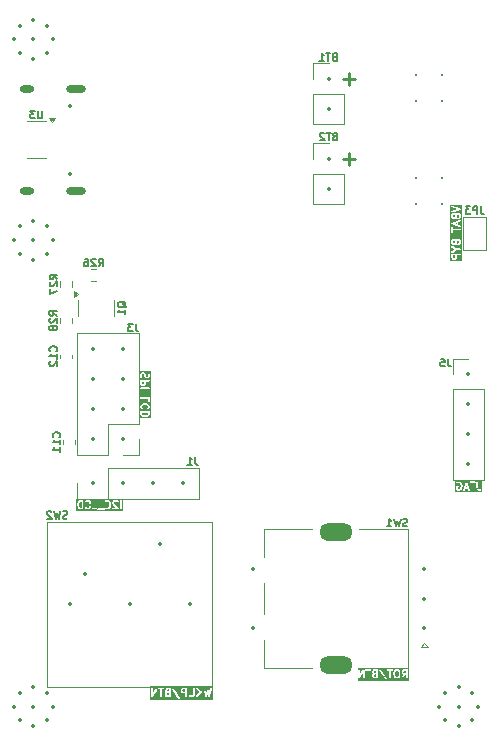
<source format=gbo>
%TF.GenerationSoftware,KiCad,Pcbnew,8.0.5*%
%TF.CreationDate,2024-10-25T16:55:05+02:00*%
%TF.ProjectId,Keyboard_PCB,4b657962-6f61-4726-945f-5043422e6b69,rev?*%
%TF.SameCoordinates,Original*%
%TF.FileFunction,Legend,Bot*%
%TF.FilePolarity,Positive*%
%FSLAX46Y46*%
G04 Gerber Fmt 4.6, Leading zero omitted, Abs format (unit mm)*
G04 Created by KiCad (PCBNEW 8.0.5) date 2024-10-25 16:55:05*
%MOMM*%
%LPD*%
G01*
G04 APERTURE LIST*
%ADD10C,0.250000*%
%ADD11C,0.150000*%
%ADD12C,0.125000*%
%ADD13C,0.120000*%
%ADD14C,0.350000*%
%ADD15O,1.700000X0.600000*%
%ADD16O,1.200000X0.600000*%
%ADD17C,0.200000*%
%ADD18O,2.800000X1.500000*%
G04 APERTURE END LIST*
D10*
X114718750Y-201749999D02*
X114718750Y-202749999D01*
X114218750Y-202252499D02*
X115218750Y-202252499D01*
X114218750Y-195467500D02*
X115218750Y-195467500D01*
X114718750Y-194965000D02*
X114718750Y-195965000D01*
D11*
X119635416Y-233339450D02*
X119542559Y-233370402D01*
X119542559Y-233370402D02*
X119387797Y-233370402D01*
X119387797Y-233370402D02*
X119325892Y-233339450D01*
X119325892Y-233339450D02*
X119294940Y-233308497D01*
X119294940Y-233308497D02*
X119263987Y-233246592D01*
X119263987Y-233246592D02*
X119263987Y-233184688D01*
X119263987Y-233184688D02*
X119294940Y-233122783D01*
X119294940Y-233122783D02*
X119325892Y-233091830D01*
X119325892Y-233091830D02*
X119387797Y-233060878D01*
X119387797Y-233060878D02*
X119511606Y-233029926D01*
X119511606Y-233029926D02*
X119573511Y-232998973D01*
X119573511Y-232998973D02*
X119604464Y-232968021D01*
X119604464Y-232968021D02*
X119635416Y-232906116D01*
X119635416Y-232906116D02*
X119635416Y-232844211D01*
X119635416Y-232844211D02*
X119604464Y-232782307D01*
X119604464Y-232782307D02*
X119573511Y-232751354D01*
X119573511Y-232751354D02*
X119511606Y-232720402D01*
X119511606Y-232720402D02*
X119356845Y-232720402D01*
X119356845Y-232720402D02*
X119263987Y-232751354D01*
X119047320Y-232720402D02*
X118892558Y-233370402D01*
X118892558Y-233370402D02*
X118768749Y-232906116D01*
X118768749Y-232906116D02*
X118644939Y-233370402D01*
X118644939Y-233370402D02*
X118490178Y-232720402D01*
X117902082Y-233370402D02*
X118273511Y-233370402D01*
X118087797Y-233370402D02*
X118087797Y-232720402D01*
X118087797Y-232720402D02*
X118149701Y-232813259D01*
X118149701Y-232813259D02*
X118211606Y-232875164D01*
X118211606Y-232875164D02*
X118273511Y-232906116D01*
G36*
X116998512Y-246082902D02*
G01*
X116843598Y-246082902D01*
X116808414Y-246065310D01*
X116794673Y-246051569D01*
X116777083Y-246016387D01*
X116777083Y-245958939D01*
X116794673Y-245923758D01*
X116804501Y-245913930D01*
X116869015Y-245892426D01*
X116998512Y-245892426D01*
X116998512Y-246082902D01*
G37*
G36*
X116998512Y-245742426D02*
G01*
X116874550Y-245742426D01*
X116839367Y-245724834D01*
X116825627Y-245711094D01*
X116808035Y-245675910D01*
X116808035Y-245649417D01*
X116825627Y-245614232D01*
X116839367Y-245600492D01*
X116874550Y-245582902D01*
X116998512Y-245582902D01*
X116998512Y-245742426D01*
G37*
G36*
X118824321Y-245600492D02*
G01*
X118862931Y-245639102D01*
X118886606Y-245733802D01*
X118886606Y-245932001D01*
X118862931Y-246026701D01*
X118824321Y-246065311D01*
X118789140Y-246082902D01*
X118700740Y-246082902D01*
X118665556Y-246065310D01*
X118626947Y-246026701D01*
X118603273Y-245932001D01*
X118603273Y-245733802D01*
X118626947Y-245639102D01*
X118665556Y-245600493D01*
X118700740Y-245582902D01*
X118789140Y-245582902D01*
X118824321Y-245600492D01*
G37*
G36*
X119505654Y-245773378D02*
G01*
X119350740Y-245773378D01*
X119315556Y-245755786D01*
X119301816Y-245742046D01*
X119284225Y-245706864D01*
X119284225Y-245649416D01*
X119301816Y-245614234D01*
X119315556Y-245600493D01*
X119350740Y-245582902D01*
X119505654Y-245582902D01*
X119505654Y-245773378D01*
G37*
G36*
X119730654Y-246462664D02*
G01*
X115406845Y-246462664D01*
X115406845Y-245507902D01*
X115481845Y-245507902D01*
X115481845Y-246157902D01*
X115482215Y-246161665D01*
X115482028Y-246163141D01*
X115482549Y-246165051D01*
X115483286Y-246172534D01*
X115487103Y-246181750D01*
X115489728Y-246191372D01*
X115492654Y-246195151D01*
X115494485Y-246199570D01*
X115501536Y-246206621D01*
X115507645Y-246214510D01*
X115511798Y-246216883D01*
X115515177Y-246220262D01*
X115524389Y-246224078D01*
X115533054Y-246229029D01*
X115537797Y-246229631D01*
X115542213Y-246231461D01*
X115552187Y-246231461D01*
X115562084Y-246232719D01*
X115566696Y-246231461D01*
X115571477Y-246231461D01*
X115580693Y-246227643D01*
X115590315Y-246225019D01*
X115594094Y-246222092D01*
X115598513Y-246220262D01*
X115605564Y-246213210D01*
X115613453Y-246207102D01*
X115617805Y-246200969D01*
X115619205Y-246199570D01*
X115619774Y-246198195D01*
X115621963Y-246195112D01*
X115853274Y-245790318D01*
X115853274Y-246157902D01*
X115854715Y-246172534D01*
X115865914Y-246199570D01*
X115886606Y-246220262D01*
X115913642Y-246231461D01*
X115942906Y-246231461D01*
X115969942Y-246220262D01*
X115990634Y-246199570D01*
X116001833Y-246172534D01*
X116003274Y-246157902D01*
X116003274Y-245507902D01*
X116002903Y-245504139D01*
X116003091Y-245502664D01*
X116002570Y-245500753D01*
X116001833Y-245493270D01*
X116071381Y-245493270D01*
X116071381Y-245522534D01*
X116082580Y-245549570D01*
X116103272Y-245570262D01*
X116130308Y-245581461D01*
X116144940Y-245582902D01*
X116255654Y-245582902D01*
X116255654Y-246157902D01*
X116257095Y-246172534D01*
X116268294Y-246199570D01*
X116288986Y-246220262D01*
X116316022Y-246231461D01*
X116345286Y-246231461D01*
X116372322Y-246220262D01*
X116393014Y-246199570D01*
X116404213Y-246172534D01*
X116405654Y-246157902D01*
X116405654Y-245941235D01*
X116627083Y-245941235D01*
X116627083Y-246034092D01*
X116628524Y-246048724D01*
X116629555Y-246051213D01*
X116629746Y-246053901D01*
X116635001Y-246067633D01*
X116665953Y-246129538D01*
X116669917Y-246135837D01*
X116670675Y-246137665D01*
X116672363Y-246139721D01*
X116673785Y-246141981D01*
X116675283Y-246143280D01*
X116680002Y-246149030D01*
X116710955Y-246179983D01*
X116716707Y-246184703D01*
X116718005Y-246186200D01*
X116720260Y-246187619D01*
X116722320Y-246189310D01*
X116724149Y-246190067D01*
X116730447Y-246194032D01*
X116792353Y-246224984D01*
X116806084Y-246230239D01*
X116808771Y-246230429D01*
X116811261Y-246231461D01*
X116825893Y-246232902D01*
X117073512Y-246232902D01*
X117088144Y-246231461D01*
X117115180Y-246220262D01*
X117135872Y-246199570D01*
X117147071Y-246172534D01*
X117148512Y-246157902D01*
X117148512Y-245507902D01*
X117147071Y-245493270D01*
X117140278Y-245476871D01*
X117215178Y-245476871D01*
X117220857Y-245505579D01*
X117227774Y-245518553D01*
X117784917Y-246354266D01*
X117794232Y-246365641D01*
X117818547Y-246381925D01*
X117847242Y-246387664D01*
X117875949Y-246381985D01*
X117900299Y-246365752D01*
X117916582Y-246341437D01*
X117922321Y-246312742D01*
X117916642Y-246284035D01*
X117909725Y-246271061D01*
X117391197Y-245493270D01*
X117897571Y-245493270D01*
X117897571Y-245522534D01*
X117908770Y-245549570D01*
X117929462Y-245570262D01*
X117956498Y-245581461D01*
X117971130Y-245582902D01*
X118081844Y-245582902D01*
X118081844Y-246157902D01*
X118083285Y-246172534D01*
X118094484Y-246199570D01*
X118115176Y-246220262D01*
X118142212Y-246231461D01*
X118171476Y-246231461D01*
X118198512Y-246220262D01*
X118219204Y-246199570D01*
X118230403Y-246172534D01*
X118231844Y-246157902D01*
X118231844Y-245724569D01*
X118453273Y-245724569D01*
X118453273Y-245941235D01*
X118453524Y-245943784D01*
X118453361Y-245944880D01*
X118454172Y-245950364D01*
X118454714Y-245955867D01*
X118455136Y-245956887D01*
X118455512Y-245959425D01*
X118486464Y-246083235D01*
X118491411Y-246097080D01*
X118494730Y-246101560D01*
X118496865Y-246106713D01*
X118506192Y-246118078D01*
X118568097Y-246179983D01*
X118573850Y-246184705D01*
X118575147Y-246186200D01*
X118577398Y-246187617D01*
X118579462Y-246189311D01*
X118581295Y-246190070D01*
X118587589Y-246194032D01*
X118649495Y-246224984D01*
X118663226Y-246230239D01*
X118665913Y-246230429D01*
X118668403Y-246231461D01*
X118683035Y-246232902D01*
X118806844Y-246232902D01*
X118821476Y-246231461D01*
X118823965Y-246230429D01*
X118826653Y-246230239D01*
X118840385Y-246224984D01*
X118902290Y-246194032D01*
X118908589Y-246190067D01*
X118910417Y-246189310D01*
X118912473Y-246187621D01*
X118914733Y-246186200D01*
X118916032Y-246184701D01*
X118921782Y-246179983D01*
X118983687Y-246118078D01*
X118993015Y-246106713D01*
X118995149Y-246101559D01*
X118998468Y-246097081D01*
X119003415Y-246083235D01*
X119034367Y-245959425D01*
X119034742Y-245956888D01*
X119035165Y-245955867D01*
X119035707Y-245950354D01*
X119036517Y-245944881D01*
X119036354Y-245943788D01*
X119036606Y-245941235D01*
X119036606Y-245724569D01*
X119036354Y-245722015D01*
X119036517Y-245720923D01*
X119035707Y-245715449D01*
X119035165Y-245709937D01*
X119034742Y-245708915D01*
X119034367Y-245706379D01*
X119015700Y-245631711D01*
X119134225Y-245631711D01*
X119134225Y-245724569D01*
X119135666Y-245739201D01*
X119136697Y-245741690D01*
X119136888Y-245744378D01*
X119142143Y-245758110D01*
X119173095Y-245820014D01*
X119177058Y-245826310D01*
X119177817Y-245828141D01*
X119179508Y-245830202D01*
X119180928Y-245832457D01*
X119182423Y-245833753D01*
X119187144Y-245839506D01*
X119218097Y-245870459D01*
X119223849Y-245875179D01*
X119225147Y-245876676D01*
X119227402Y-245878095D01*
X119229462Y-245879786D01*
X119231291Y-245880543D01*
X119237589Y-245884508D01*
X119290524Y-245910975D01*
X119147783Y-246114892D01*
X119140572Y-246127706D01*
X119134243Y-246156277D01*
X119139328Y-246185094D01*
X119155055Y-246209773D01*
X119179029Y-246226555D01*
X119207600Y-246232884D01*
X119236417Y-246227799D01*
X119261096Y-246212072D01*
X119270667Y-246200912D01*
X119464941Y-245923378D01*
X119505654Y-245923378D01*
X119505654Y-246157902D01*
X119507095Y-246172534D01*
X119518294Y-246199570D01*
X119538986Y-246220262D01*
X119566022Y-246231461D01*
X119595286Y-246231461D01*
X119622322Y-246220262D01*
X119643014Y-246199570D01*
X119654213Y-246172534D01*
X119655654Y-246157902D01*
X119655654Y-245507902D01*
X119654213Y-245493270D01*
X119643014Y-245466234D01*
X119622322Y-245445542D01*
X119595286Y-245434343D01*
X119580654Y-245432902D01*
X119333035Y-245432902D01*
X119318403Y-245434343D01*
X119315913Y-245435374D01*
X119313226Y-245435565D01*
X119299495Y-245440820D01*
X119237589Y-245471772D01*
X119231291Y-245475736D01*
X119229462Y-245476494D01*
X119227402Y-245478184D01*
X119225147Y-245479604D01*
X119223849Y-245481100D01*
X119218097Y-245485821D01*
X119187144Y-245516774D01*
X119182423Y-245522526D01*
X119180928Y-245523823D01*
X119179508Y-245526077D01*
X119177817Y-245528139D01*
X119177058Y-245529969D01*
X119173095Y-245536266D01*
X119142143Y-245598170D01*
X119136888Y-245611902D01*
X119136697Y-245614589D01*
X119135666Y-245617079D01*
X119134225Y-245631711D01*
X119015700Y-245631711D01*
X119003415Y-245582569D01*
X118998468Y-245568723D01*
X118995149Y-245564244D01*
X118993015Y-245559091D01*
X118983687Y-245547726D01*
X118921782Y-245485821D01*
X118916032Y-245481102D01*
X118914733Y-245479604D01*
X118912473Y-245478182D01*
X118910417Y-245476494D01*
X118908589Y-245475736D01*
X118902290Y-245471772D01*
X118840385Y-245440820D01*
X118826653Y-245435565D01*
X118823965Y-245435374D01*
X118821476Y-245434343D01*
X118806844Y-245432902D01*
X118683035Y-245432902D01*
X118668403Y-245434343D01*
X118665913Y-245435374D01*
X118663226Y-245435565D01*
X118649495Y-245440820D01*
X118587589Y-245471772D01*
X118581295Y-245475733D01*
X118579462Y-245476493D01*
X118577398Y-245478186D01*
X118575147Y-245479604D01*
X118573850Y-245481098D01*
X118568097Y-245485821D01*
X118506192Y-245547726D01*
X118496865Y-245559091D01*
X118494730Y-245564243D01*
X118491411Y-245568724D01*
X118486464Y-245582569D01*
X118455512Y-245706379D01*
X118455136Y-245708916D01*
X118454714Y-245709937D01*
X118454172Y-245715439D01*
X118453361Y-245720924D01*
X118453524Y-245722019D01*
X118453273Y-245724569D01*
X118231844Y-245724569D01*
X118231844Y-245582902D01*
X118342559Y-245582902D01*
X118357191Y-245581461D01*
X118384227Y-245570262D01*
X118404919Y-245549570D01*
X118416118Y-245522534D01*
X118416118Y-245493270D01*
X118404919Y-245466234D01*
X118384227Y-245445542D01*
X118357191Y-245434343D01*
X118342559Y-245432902D01*
X117971130Y-245432902D01*
X117956498Y-245434343D01*
X117929462Y-245445542D01*
X117908770Y-245466234D01*
X117897571Y-245493270D01*
X117391197Y-245493270D01*
X117352582Y-245435347D01*
X117343266Y-245423972D01*
X117318951Y-245407689D01*
X117290257Y-245401950D01*
X117261549Y-245407629D01*
X117237200Y-245423862D01*
X117220917Y-245448177D01*
X117215178Y-245476871D01*
X117140278Y-245476871D01*
X117135872Y-245466234D01*
X117115180Y-245445542D01*
X117088144Y-245434343D01*
X117073512Y-245432902D01*
X116856845Y-245432902D01*
X116842213Y-245434343D01*
X116839723Y-245435374D01*
X116837036Y-245435565D01*
X116823305Y-245440820D01*
X116761399Y-245471772D01*
X116755098Y-245475737D01*
X116753271Y-245476495D01*
X116751213Y-245478183D01*
X116748957Y-245479604D01*
X116747658Y-245481100D01*
X116741906Y-245485822D01*
X116710954Y-245516775D01*
X116706233Y-245522526D01*
X116704739Y-245523823D01*
X116703319Y-245526077D01*
X116701627Y-245528140D01*
X116700869Y-245529970D01*
X116696906Y-245536265D01*
X116665953Y-245598169D01*
X116660698Y-245611901D01*
X116660506Y-245614590D01*
X116659476Y-245617079D01*
X116658035Y-245631711D01*
X116658035Y-245693616D01*
X116659476Y-245708248D01*
X116660506Y-245710736D01*
X116660698Y-245713426D01*
X116665953Y-245727157D01*
X116696906Y-245789062D01*
X116700869Y-245795358D01*
X116701628Y-245797189D01*
X116703319Y-245799250D01*
X116704739Y-245801505D01*
X116704768Y-245801530D01*
X116680003Y-245826296D01*
X116675282Y-245832047D01*
X116673785Y-245833346D01*
X116672365Y-245835601D01*
X116670675Y-245837661D01*
X116669916Y-245839491D01*
X116665953Y-245845789D01*
X116635001Y-245907694D01*
X116629746Y-245921426D01*
X116629555Y-245924113D01*
X116628524Y-245926603D01*
X116627083Y-245941235D01*
X116405654Y-245941235D01*
X116405654Y-245582902D01*
X116516369Y-245582902D01*
X116531001Y-245581461D01*
X116558037Y-245570262D01*
X116578729Y-245549570D01*
X116589928Y-245522534D01*
X116589928Y-245493270D01*
X116578729Y-245466234D01*
X116558037Y-245445542D01*
X116531001Y-245434343D01*
X116516369Y-245432902D01*
X116144940Y-245432902D01*
X116130308Y-245434343D01*
X116103272Y-245445542D01*
X116082580Y-245466234D01*
X116071381Y-245493270D01*
X116001833Y-245493270D01*
X115998014Y-245484052D01*
X115995391Y-245474432D01*
X115992464Y-245470653D01*
X115990634Y-245466234D01*
X115983577Y-245459177D01*
X115977473Y-245451295D01*
X115973324Y-245448924D01*
X115969942Y-245445542D01*
X115960721Y-245441722D01*
X115952065Y-245436776D01*
X115947325Y-245436173D01*
X115942906Y-245434343D01*
X115932924Y-245434343D01*
X115923035Y-245433086D01*
X115918426Y-245434343D01*
X115913642Y-245434343D01*
X115904424Y-245438161D01*
X115894803Y-245440785D01*
X115891022Y-245443712D01*
X115886606Y-245445542D01*
X115879552Y-245452595D01*
X115871666Y-245458703D01*
X115867314Y-245464833D01*
X115865914Y-245466234D01*
X115865344Y-245467608D01*
X115863156Y-245470692D01*
X115631845Y-245875485D01*
X115631845Y-245507902D01*
X115630404Y-245493270D01*
X115619205Y-245466234D01*
X115598513Y-245445542D01*
X115571477Y-245434343D01*
X115542213Y-245434343D01*
X115515177Y-245445542D01*
X115494485Y-245466234D01*
X115483286Y-245493270D01*
X115481845Y-245507902D01*
X115406845Y-245507902D01*
X115406845Y-245326950D01*
X119730654Y-245326950D01*
X119730654Y-246462664D01*
G37*
D12*
X121368750Y-243577500D02*
X120781250Y-243577500D01*
X121068750Y-243277500D02*
X121368750Y-243577500D01*
X120768750Y-243577500D02*
X121068750Y-243277500D01*
X107468750Y-240777500D02*
X107468750Y-238177500D01*
X107468750Y-245377500D02*
X107468750Y-242977500D01*
X111568750Y-245377500D02*
X107468750Y-245377500D01*
X119668750Y-245377500D02*
X115568750Y-245377500D01*
X119668750Y-233577500D02*
X119668750Y-245377500D01*
X115568750Y-233577500D02*
X119668750Y-233577500D01*
X107468750Y-233577500D02*
X111568750Y-233577500D01*
X107468750Y-235977500D02*
X107468750Y-233577500D01*
D11*
G36*
X99462202Y-247670402D02*
G01*
X99307288Y-247670402D01*
X99272104Y-247652810D01*
X99258363Y-247639069D01*
X99240773Y-247603887D01*
X99240773Y-247546439D01*
X99258363Y-247511258D01*
X99268191Y-247501430D01*
X99332705Y-247479926D01*
X99462202Y-247479926D01*
X99462202Y-247670402D01*
G37*
G36*
X99462202Y-247329926D02*
G01*
X99338240Y-247329926D01*
X99303057Y-247312334D01*
X99289317Y-247298594D01*
X99271725Y-247263410D01*
X99271725Y-247236917D01*
X99289317Y-247201732D01*
X99303057Y-247187992D01*
X99338240Y-247170402D01*
X99462202Y-247170402D01*
X99462202Y-247329926D01*
G37*
G36*
X100793154Y-247360878D02*
G01*
X100638240Y-247360878D01*
X100603056Y-247343286D01*
X100589316Y-247329546D01*
X100571725Y-247294364D01*
X100571725Y-247236916D01*
X100589316Y-247201734D01*
X100603056Y-247187993D01*
X100638240Y-247170402D01*
X100793154Y-247170402D01*
X100793154Y-247360878D01*
G37*
G36*
X103153815Y-248050164D02*
G01*
X97870535Y-248050164D01*
X97870535Y-247095402D01*
X97945535Y-247095402D01*
X97945535Y-247745402D01*
X97945905Y-247749165D01*
X97945718Y-247750641D01*
X97946239Y-247752551D01*
X97946976Y-247760034D01*
X97950793Y-247769250D01*
X97953418Y-247778872D01*
X97956344Y-247782651D01*
X97958175Y-247787070D01*
X97965226Y-247794121D01*
X97971335Y-247802010D01*
X97975488Y-247804383D01*
X97978867Y-247807762D01*
X97988079Y-247811578D01*
X97996744Y-247816529D01*
X98001487Y-247817131D01*
X98005903Y-247818961D01*
X98015877Y-247818961D01*
X98025774Y-247820219D01*
X98030386Y-247818961D01*
X98035167Y-247818961D01*
X98044383Y-247815143D01*
X98054005Y-247812519D01*
X98057784Y-247809592D01*
X98062203Y-247807762D01*
X98069254Y-247800710D01*
X98077143Y-247794602D01*
X98081495Y-247788469D01*
X98082895Y-247787070D01*
X98083464Y-247785695D01*
X98085653Y-247782612D01*
X98316964Y-247377818D01*
X98316964Y-247745402D01*
X98318405Y-247760034D01*
X98329604Y-247787070D01*
X98350296Y-247807762D01*
X98377332Y-247818961D01*
X98406596Y-247818961D01*
X98433632Y-247807762D01*
X98454324Y-247787070D01*
X98465523Y-247760034D01*
X98466964Y-247745402D01*
X98466964Y-247095402D01*
X98466593Y-247091639D01*
X98466781Y-247090164D01*
X98466260Y-247088253D01*
X98465523Y-247080770D01*
X98535071Y-247080770D01*
X98535071Y-247110034D01*
X98546270Y-247137070D01*
X98566962Y-247157762D01*
X98593998Y-247168961D01*
X98608630Y-247170402D01*
X98719344Y-247170402D01*
X98719344Y-247745402D01*
X98720785Y-247760034D01*
X98731984Y-247787070D01*
X98752676Y-247807762D01*
X98779712Y-247818961D01*
X98808976Y-247818961D01*
X98836012Y-247807762D01*
X98856704Y-247787070D01*
X98867903Y-247760034D01*
X98869344Y-247745402D01*
X98869344Y-247528735D01*
X99090773Y-247528735D01*
X99090773Y-247621592D01*
X99092214Y-247636224D01*
X99093245Y-247638713D01*
X99093436Y-247641401D01*
X99098691Y-247655133D01*
X99129643Y-247717038D01*
X99133607Y-247723337D01*
X99134365Y-247725165D01*
X99136053Y-247727221D01*
X99137475Y-247729481D01*
X99138973Y-247730780D01*
X99143692Y-247736530D01*
X99174645Y-247767483D01*
X99180397Y-247772203D01*
X99181695Y-247773700D01*
X99183950Y-247775119D01*
X99186010Y-247776810D01*
X99187839Y-247777567D01*
X99194137Y-247781532D01*
X99256043Y-247812484D01*
X99269774Y-247817739D01*
X99272461Y-247817929D01*
X99274951Y-247818961D01*
X99289583Y-247820402D01*
X99537202Y-247820402D01*
X99551834Y-247818961D01*
X99578870Y-247807762D01*
X99599562Y-247787070D01*
X99610761Y-247760034D01*
X99612202Y-247745402D01*
X99612202Y-247095402D01*
X99610761Y-247080770D01*
X99603968Y-247064371D01*
X99678868Y-247064371D01*
X99684547Y-247093079D01*
X99691464Y-247106053D01*
X100248607Y-247941766D01*
X100257922Y-247953141D01*
X100282237Y-247969425D01*
X100310932Y-247975164D01*
X100339639Y-247969485D01*
X100363989Y-247953252D01*
X100380272Y-247928937D01*
X100386011Y-247900242D01*
X100380332Y-247871535D01*
X100373415Y-247858561D01*
X99947181Y-247219211D01*
X100421725Y-247219211D01*
X100421725Y-247312069D01*
X100423166Y-247326701D01*
X100424197Y-247329190D01*
X100424388Y-247331878D01*
X100429643Y-247345610D01*
X100460595Y-247407514D01*
X100464558Y-247413810D01*
X100465317Y-247415641D01*
X100467008Y-247417702D01*
X100468428Y-247419957D01*
X100469923Y-247421253D01*
X100474644Y-247427006D01*
X100505597Y-247457959D01*
X100511349Y-247462679D01*
X100512647Y-247464176D01*
X100514902Y-247465595D01*
X100516962Y-247467286D01*
X100518791Y-247468043D01*
X100525089Y-247472008D01*
X100586995Y-247502960D01*
X100600726Y-247508215D01*
X100603413Y-247508405D01*
X100605903Y-247509437D01*
X100620535Y-247510878D01*
X100793154Y-247510878D01*
X100793154Y-247745402D01*
X100794595Y-247760034D01*
X100805794Y-247787070D01*
X100826486Y-247807762D01*
X100853522Y-247818961D01*
X100882786Y-247818961D01*
X100909822Y-247807762D01*
X100930514Y-247787070D01*
X100941713Y-247760034D01*
X100943154Y-247745402D01*
X100943154Y-247095402D01*
X101102677Y-247095402D01*
X101102677Y-247621592D01*
X101104118Y-247636224D01*
X101105149Y-247638713D01*
X101105340Y-247641401D01*
X101110595Y-247655133D01*
X101141547Y-247717038D01*
X101145511Y-247723337D01*
X101146269Y-247725165D01*
X101147957Y-247727221D01*
X101149379Y-247729481D01*
X101150877Y-247730780D01*
X101155596Y-247736530D01*
X101186549Y-247767483D01*
X101192301Y-247772203D01*
X101193599Y-247773700D01*
X101195854Y-247775119D01*
X101197914Y-247776810D01*
X101199743Y-247777567D01*
X101206041Y-247781532D01*
X101267947Y-247812484D01*
X101281678Y-247817739D01*
X101284365Y-247817929D01*
X101286855Y-247818961D01*
X101301487Y-247820402D01*
X101425296Y-247820402D01*
X101439928Y-247818961D01*
X101442417Y-247817929D01*
X101445105Y-247817739D01*
X101458837Y-247812484D01*
X101520742Y-247781532D01*
X101527039Y-247777568D01*
X101528870Y-247776810D01*
X101530929Y-247775119D01*
X101533185Y-247773700D01*
X101534483Y-247772202D01*
X101540235Y-247767482D01*
X101566396Y-247741320D01*
X101752788Y-247741320D01*
X101756927Y-247770289D01*
X101771836Y-247795470D01*
X101795247Y-247813028D01*
X101823595Y-247820291D01*
X101852564Y-247816152D01*
X101877745Y-247801243D01*
X101887677Y-247790402D01*
X102114363Y-247488153D01*
X102124106Y-247497896D01*
X102124106Y-247745402D01*
X102125547Y-247760034D01*
X102136746Y-247787070D01*
X102157438Y-247807762D01*
X102184474Y-247818961D01*
X102213738Y-247818961D01*
X102240774Y-247807762D01*
X102261466Y-247787070D01*
X102272665Y-247760034D01*
X102274106Y-247745402D01*
X102274106Y-247098206D01*
X102371777Y-247098206D01*
X102373765Y-247112773D01*
X102528526Y-247762774D01*
X102530255Y-247767793D01*
X102530495Y-247769595D01*
X102531437Y-247771223D01*
X102533316Y-247776674D01*
X102539702Y-247785498D01*
X102545157Y-247794920D01*
X102548214Y-247797260D01*
X102550473Y-247800381D01*
X102559748Y-247806088D01*
X102568395Y-247812707D01*
X102572116Y-247813699D01*
X102575395Y-247815717D01*
X102586147Y-247817441D01*
X102596670Y-247820247D01*
X102600485Y-247819740D01*
X102604290Y-247820350D01*
X102614888Y-247817826D01*
X102625679Y-247816393D01*
X102629010Y-247814464D01*
X102632758Y-247813572D01*
X102641582Y-247807185D01*
X102651004Y-247801731D01*
X102653344Y-247798673D01*
X102656465Y-247796415D01*
X102662172Y-247787139D01*
X102668791Y-247778493D01*
X102670816Y-247773093D01*
X102671801Y-247771493D01*
X102672088Y-247769701D01*
X102673954Y-247764727D01*
X102725295Y-247572195D01*
X102776637Y-247764726D01*
X102778502Y-247769700D01*
X102778790Y-247771493D01*
X102779775Y-247773094D01*
X102781800Y-247778493D01*
X102788418Y-247787139D01*
X102794126Y-247796415D01*
X102797246Y-247798673D01*
X102799587Y-247801731D01*
X102809005Y-247807183D01*
X102817833Y-247813572D01*
X102821583Y-247814464D01*
X102824912Y-247816392D01*
X102835696Y-247817825D01*
X102846301Y-247820350D01*
X102850105Y-247819740D01*
X102853920Y-247820247D01*
X102864441Y-247817441D01*
X102875196Y-247815717D01*
X102878475Y-247813699D01*
X102882196Y-247812707D01*
X102890842Y-247806088D01*
X102900118Y-247800381D01*
X102902376Y-247797260D01*
X102905434Y-247794920D01*
X102910888Y-247785498D01*
X102917275Y-247776674D01*
X102919153Y-247771223D01*
X102920096Y-247769595D01*
X102920335Y-247767793D01*
X102922065Y-247762774D01*
X103076827Y-247112774D01*
X103078815Y-247098206D01*
X103074182Y-247069311D01*
X103058846Y-247044389D01*
X103035139Y-247027233D01*
X103006671Y-247020454D01*
X102977776Y-247025087D01*
X102952854Y-247040423D01*
X102935697Y-247064130D01*
X102930907Y-247078031D01*
X102844989Y-247438885D01*
X102797764Y-247261791D01*
X102796478Y-247258363D01*
X102796287Y-247256922D01*
X102795295Y-247255209D01*
X102792601Y-247248025D01*
X102786586Y-247240166D01*
X102781625Y-247231598D01*
X102777766Y-247228644D01*
X102774814Y-247224787D01*
X102766252Y-247219830D01*
X102758388Y-247213810D01*
X102753690Y-247212557D01*
X102749489Y-247210125D01*
X102739682Y-247208822D01*
X102730112Y-247206270D01*
X102725293Y-247206910D01*
X102720481Y-247206271D01*
X102710920Y-247208820D01*
X102701103Y-247210125D01*
X102696897Y-247212559D01*
X102692205Y-247213811D01*
X102684345Y-247219826D01*
X102675778Y-247224787D01*
X102672824Y-247228645D01*
X102668967Y-247231598D01*
X102664008Y-247240163D01*
X102657991Y-247248024D01*
X102655296Y-247255210D01*
X102654305Y-247256923D01*
X102654113Y-247258365D01*
X102652829Y-247261791D01*
X102605603Y-247438886D01*
X102519685Y-247078031D01*
X102514895Y-247064130D01*
X102497738Y-247040423D01*
X102472816Y-247025087D01*
X102443921Y-247020454D01*
X102415453Y-247027232D01*
X102391746Y-247044389D01*
X102376410Y-247069311D01*
X102371777Y-247098206D01*
X102274106Y-247098206D01*
X102274106Y-247095402D01*
X102272665Y-247080770D01*
X102261466Y-247053734D01*
X102240774Y-247033042D01*
X102213738Y-247021843D01*
X102184474Y-247021843D01*
X102157438Y-247033042D01*
X102136746Y-247053734D01*
X102125547Y-247080770D01*
X102124106Y-247095402D01*
X102124106Y-247285764D01*
X101880710Y-247042369D01*
X101869345Y-247033041D01*
X101842308Y-247021843D01*
X101813045Y-247021843D01*
X101786009Y-247033042D01*
X101765316Y-247053734D01*
X101754118Y-247080771D01*
X101754118Y-247110034D01*
X101765317Y-247137070D01*
X101774644Y-247148435D01*
X102007220Y-247381010D01*
X101767677Y-247700402D01*
X101760051Y-247712972D01*
X101752788Y-247741320D01*
X101566396Y-247741320D01*
X101571187Y-247736529D01*
X101575907Y-247730777D01*
X101577402Y-247729481D01*
X101578820Y-247727227D01*
X101580514Y-247725164D01*
X101581272Y-247723332D01*
X101585235Y-247717038D01*
X101616188Y-247655134D01*
X101621443Y-247641402D01*
X101621634Y-247638712D01*
X101622665Y-247636224D01*
X101624106Y-247621592D01*
X101624106Y-247095402D01*
X101622665Y-247080770D01*
X101611466Y-247053734D01*
X101590774Y-247033042D01*
X101563738Y-247021843D01*
X101534474Y-247021843D01*
X101507438Y-247033042D01*
X101486746Y-247053734D01*
X101475547Y-247080770D01*
X101474106Y-247095402D01*
X101474106Y-247603886D01*
X101456513Y-247639070D01*
X101442772Y-247652811D01*
X101407592Y-247670402D01*
X101319192Y-247670402D01*
X101284008Y-247652810D01*
X101270267Y-247639069D01*
X101252677Y-247603887D01*
X101252677Y-247095402D01*
X101251236Y-247080770D01*
X101240037Y-247053734D01*
X101219345Y-247033042D01*
X101192309Y-247021843D01*
X101163045Y-247021843D01*
X101136009Y-247033042D01*
X101115317Y-247053734D01*
X101104118Y-247080770D01*
X101102677Y-247095402D01*
X100943154Y-247095402D01*
X100941713Y-247080770D01*
X100930514Y-247053734D01*
X100909822Y-247033042D01*
X100882786Y-247021843D01*
X100868154Y-247020402D01*
X100620535Y-247020402D01*
X100605903Y-247021843D01*
X100603413Y-247022874D01*
X100600726Y-247023065D01*
X100586995Y-247028320D01*
X100525089Y-247059272D01*
X100518791Y-247063236D01*
X100516962Y-247063994D01*
X100514902Y-247065684D01*
X100512647Y-247067104D01*
X100511349Y-247068600D01*
X100505597Y-247073321D01*
X100474644Y-247104274D01*
X100469923Y-247110026D01*
X100468428Y-247111323D01*
X100467008Y-247113577D01*
X100465317Y-247115639D01*
X100464558Y-247117469D01*
X100460595Y-247123766D01*
X100429643Y-247185670D01*
X100424388Y-247199402D01*
X100424197Y-247202089D01*
X100423166Y-247204579D01*
X100421725Y-247219211D01*
X99947181Y-247219211D01*
X99816272Y-247022847D01*
X99806956Y-247011472D01*
X99782641Y-246995189D01*
X99753947Y-246989450D01*
X99725239Y-246995129D01*
X99700890Y-247011362D01*
X99684607Y-247035677D01*
X99678868Y-247064371D01*
X99603968Y-247064371D01*
X99599562Y-247053734D01*
X99578870Y-247033042D01*
X99551834Y-247021843D01*
X99537202Y-247020402D01*
X99320535Y-247020402D01*
X99305903Y-247021843D01*
X99303413Y-247022874D01*
X99300726Y-247023065D01*
X99286995Y-247028320D01*
X99225089Y-247059272D01*
X99218788Y-247063237D01*
X99216961Y-247063995D01*
X99214903Y-247065683D01*
X99212647Y-247067104D01*
X99211348Y-247068600D01*
X99205596Y-247073322D01*
X99174644Y-247104275D01*
X99169923Y-247110026D01*
X99168429Y-247111323D01*
X99167009Y-247113577D01*
X99165317Y-247115640D01*
X99164559Y-247117470D01*
X99160596Y-247123765D01*
X99129643Y-247185669D01*
X99124388Y-247199401D01*
X99124196Y-247202090D01*
X99123166Y-247204579D01*
X99121725Y-247219211D01*
X99121725Y-247281116D01*
X99123166Y-247295748D01*
X99124196Y-247298236D01*
X99124388Y-247300926D01*
X99129643Y-247314657D01*
X99160596Y-247376562D01*
X99164559Y-247382858D01*
X99165318Y-247384689D01*
X99167009Y-247386750D01*
X99168429Y-247389005D01*
X99168458Y-247389030D01*
X99143693Y-247413796D01*
X99138972Y-247419547D01*
X99137475Y-247420846D01*
X99136055Y-247423101D01*
X99134365Y-247425161D01*
X99133606Y-247426991D01*
X99129643Y-247433289D01*
X99098691Y-247495194D01*
X99093436Y-247508926D01*
X99093245Y-247511613D01*
X99092214Y-247514103D01*
X99090773Y-247528735D01*
X98869344Y-247528735D01*
X98869344Y-247170402D01*
X98980059Y-247170402D01*
X98994691Y-247168961D01*
X99021727Y-247157762D01*
X99042419Y-247137070D01*
X99053618Y-247110034D01*
X99053618Y-247080770D01*
X99042419Y-247053734D01*
X99021727Y-247033042D01*
X98994691Y-247021843D01*
X98980059Y-247020402D01*
X98608630Y-247020402D01*
X98593998Y-247021843D01*
X98566962Y-247033042D01*
X98546270Y-247053734D01*
X98535071Y-247080770D01*
X98465523Y-247080770D01*
X98461704Y-247071552D01*
X98459081Y-247061932D01*
X98456154Y-247058153D01*
X98454324Y-247053734D01*
X98447267Y-247046677D01*
X98441163Y-247038795D01*
X98437014Y-247036424D01*
X98433632Y-247033042D01*
X98424411Y-247029222D01*
X98415755Y-247024276D01*
X98411015Y-247023673D01*
X98406596Y-247021843D01*
X98396614Y-247021843D01*
X98386725Y-247020586D01*
X98382116Y-247021843D01*
X98377332Y-247021843D01*
X98368114Y-247025661D01*
X98358493Y-247028285D01*
X98354712Y-247031212D01*
X98350296Y-247033042D01*
X98343242Y-247040095D01*
X98335356Y-247046203D01*
X98331004Y-247052333D01*
X98329604Y-247053734D01*
X98329034Y-247055108D01*
X98326846Y-247058192D01*
X98095535Y-247462985D01*
X98095535Y-247095402D01*
X98094094Y-247080770D01*
X98082895Y-247053734D01*
X98062203Y-247033042D01*
X98035167Y-247021843D01*
X98005903Y-247021843D01*
X97978867Y-247033042D01*
X97958175Y-247053734D01*
X97946976Y-247080770D01*
X97945535Y-247095402D01*
X97870535Y-247095402D01*
X97870535Y-246914450D01*
X103153815Y-246914450D01*
X103153815Y-248050164D01*
G37*
X90835416Y-232689450D02*
X90742559Y-232720402D01*
X90742559Y-232720402D02*
X90587797Y-232720402D01*
X90587797Y-232720402D02*
X90525892Y-232689450D01*
X90525892Y-232689450D02*
X90494940Y-232658497D01*
X90494940Y-232658497D02*
X90463987Y-232596592D01*
X90463987Y-232596592D02*
X90463987Y-232534688D01*
X90463987Y-232534688D02*
X90494940Y-232472783D01*
X90494940Y-232472783D02*
X90525892Y-232441830D01*
X90525892Y-232441830D02*
X90587797Y-232410878D01*
X90587797Y-232410878D02*
X90711606Y-232379926D01*
X90711606Y-232379926D02*
X90773511Y-232348973D01*
X90773511Y-232348973D02*
X90804464Y-232318021D01*
X90804464Y-232318021D02*
X90835416Y-232256116D01*
X90835416Y-232256116D02*
X90835416Y-232194211D01*
X90835416Y-232194211D02*
X90804464Y-232132307D01*
X90804464Y-232132307D02*
X90773511Y-232101354D01*
X90773511Y-232101354D02*
X90711606Y-232070402D01*
X90711606Y-232070402D02*
X90556845Y-232070402D01*
X90556845Y-232070402D02*
X90463987Y-232101354D01*
X90247320Y-232070402D02*
X90092558Y-232720402D01*
X90092558Y-232720402D02*
X89968749Y-232256116D01*
X89968749Y-232256116D02*
X89844939Y-232720402D01*
X89844939Y-232720402D02*
X89690178Y-232070402D01*
X89473511Y-232132307D02*
X89442559Y-232101354D01*
X89442559Y-232101354D02*
X89380654Y-232070402D01*
X89380654Y-232070402D02*
X89225892Y-232070402D01*
X89225892Y-232070402D02*
X89163987Y-232101354D01*
X89163987Y-232101354D02*
X89133035Y-232132307D01*
X89133035Y-232132307D02*
X89102082Y-232194211D01*
X89102082Y-232194211D02*
X89102082Y-232256116D01*
X89102082Y-232256116D02*
X89133035Y-232348973D01*
X89133035Y-232348973D02*
X89504463Y-232720402D01*
X89504463Y-232720402D02*
X89102082Y-232720402D01*
D12*
X103106250Y-232965000D02*
X89131250Y-232965000D01*
X103106250Y-246940000D02*
X103106250Y-232965000D01*
X89131250Y-246940000D02*
X103106250Y-246940000D01*
X89131250Y-232965000D02*
X89131250Y-246940000D01*
D11*
G36*
X92051488Y-231770402D02*
G01*
X91983896Y-231770402D01*
X91919382Y-231748897D01*
X91878603Y-231708118D01*
X91856775Y-231664463D01*
X91830059Y-231557596D01*
X91830059Y-231483206D01*
X91856775Y-231376340D01*
X91878603Y-231332685D01*
X91919382Y-231291906D01*
X91983896Y-231270402D01*
X92051488Y-231270402D01*
X92051488Y-231770402D01*
G37*
G36*
X95526488Y-232057307D02*
G01*
X91605059Y-232057307D01*
X91605059Y-231473973D01*
X91680059Y-231473973D01*
X91680059Y-231566830D01*
X91680310Y-231569379D01*
X91680147Y-231570475D01*
X91680958Y-231575959D01*
X91681500Y-231581462D01*
X91681922Y-231582482D01*
X91682298Y-231585020D01*
X91713250Y-231708830D01*
X91713635Y-231709909D01*
X91713674Y-231710450D01*
X91716007Y-231716546D01*
X91718197Y-231722675D01*
X91718518Y-231723109D01*
X91718929Y-231724181D01*
X91749882Y-231786086D01*
X91753845Y-231792382D01*
X91754604Y-231794213D01*
X91756295Y-231796274D01*
X91757715Y-231798529D01*
X91759210Y-231799825D01*
X91763931Y-231805578D01*
X91825836Y-231867483D01*
X91837201Y-231876811D01*
X91839693Y-231877843D01*
X91841727Y-231879607D01*
X91855152Y-231885601D01*
X91948009Y-231916553D01*
X91955262Y-231918202D01*
X91957094Y-231918961D01*
X91959748Y-231919222D01*
X91962346Y-231919813D01*
X91964320Y-231919672D01*
X91971726Y-231920402D01*
X92126488Y-231920402D01*
X92141120Y-231918961D01*
X92168156Y-231907762D01*
X92188848Y-231887070D01*
X92200047Y-231860034D01*
X92200047Y-231860033D01*
X92201488Y-231845402D01*
X92201488Y-231242677D01*
X92331500Y-231242677D01*
X92331500Y-231271940D01*
X92342699Y-231298976D01*
X92363392Y-231319668D01*
X92390429Y-231330866D01*
X92419692Y-231330866D01*
X92446728Y-231319667D01*
X92458093Y-231310339D01*
X92476525Y-231291905D01*
X92541039Y-231270402D01*
X92578603Y-231270402D01*
X92643116Y-231291906D01*
X92683896Y-231332686D01*
X92705723Y-231376340D01*
X92732440Y-231483206D01*
X92732440Y-231557596D01*
X92705723Y-231664463D01*
X92683896Y-231708117D01*
X92643116Y-231748897D01*
X92578603Y-231770402D01*
X92541039Y-231770402D01*
X92476525Y-231748898D01*
X92458093Y-231730465D01*
X92446728Y-231721137D01*
X92419692Y-231709938D01*
X92390429Y-231709938D01*
X92363392Y-231721136D01*
X92342699Y-231741828D01*
X92331500Y-231768864D01*
X92331500Y-231798127D01*
X92342698Y-231825164D01*
X92352025Y-231836529D01*
X92382977Y-231867482D01*
X92394342Y-231876809D01*
X92396832Y-231877840D01*
X92398869Y-231879607D01*
X92412294Y-231885601D01*
X92505153Y-231916553D01*
X92512404Y-231918202D01*
X92514237Y-231918961D01*
X92516892Y-231919222D01*
X92519489Y-231919813D01*
X92521463Y-231919672D01*
X92528869Y-231920402D01*
X92590773Y-231920402D01*
X92598178Y-231919672D01*
X92600153Y-231919813D01*
X92602750Y-231919222D01*
X92605405Y-231918961D01*
X92607236Y-231918202D01*
X92614490Y-231916553D01*
X92707347Y-231885601D01*
X92720773Y-231879607D01*
X92722809Y-231877840D01*
X92725298Y-231876810D01*
X92736663Y-231867483D01*
X92773376Y-231830770D01*
X92919595Y-231830770D01*
X92919595Y-231860034D01*
X92930794Y-231887070D01*
X92951486Y-231907762D01*
X92978522Y-231918961D01*
X92993154Y-231920402D01*
X93302678Y-231920402D01*
X93317310Y-231918961D01*
X93344346Y-231907762D01*
X93359433Y-231892675D01*
X93383880Y-231892675D01*
X93383880Y-231921939D01*
X93395079Y-231948975D01*
X93415771Y-231969667D01*
X93442807Y-231980866D01*
X93457439Y-231982307D01*
X93952678Y-231982307D01*
X93967310Y-231980866D01*
X93994346Y-231969667D01*
X94015038Y-231948975D01*
X94026237Y-231921939D01*
X94026237Y-231892675D01*
X94015038Y-231865639D01*
X93994346Y-231844947D01*
X93967310Y-231833748D01*
X93952678Y-231832307D01*
X93457439Y-231832307D01*
X93442807Y-231833748D01*
X93415771Y-231844947D01*
X93395079Y-231865639D01*
X93383880Y-231892675D01*
X93359433Y-231892675D01*
X93365038Y-231887070D01*
X93376237Y-231860034D01*
X93376237Y-231860033D01*
X93377678Y-231845402D01*
X93377678Y-231242677D01*
X94002928Y-231242677D01*
X94002928Y-231271940D01*
X94014127Y-231298976D01*
X94034820Y-231319668D01*
X94061857Y-231330866D01*
X94091120Y-231330866D01*
X94118156Y-231319667D01*
X94129521Y-231310339D01*
X94147953Y-231291905D01*
X94212467Y-231270402D01*
X94250031Y-231270402D01*
X94314544Y-231291906D01*
X94355324Y-231332686D01*
X94377151Y-231376340D01*
X94403868Y-231483206D01*
X94403868Y-231557596D01*
X94377151Y-231664463D01*
X94355324Y-231708117D01*
X94314544Y-231748897D01*
X94250031Y-231770402D01*
X94212467Y-231770402D01*
X94147953Y-231748898D01*
X94129521Y-231730465D01*
X94118156Y-231721137D01*
X94091120Y-231709938D01*
X94061857Y-231709938D01*
X94034820Y-231721136D01*
X94014127Y-231741828D01*
X94002928Y-231768864D01*
X94002928Y-231798127D01*
X94014126Y-231825164D01*
X94023453Y-231836529D01*
X94054405Y-231867482D01*
X94065770Y-231876809D01*
X94068260Y-231877840D01*
X94070297Y-231879607D01*
X94083722Y-231885601D01*
X94176581Y-231916553D01*
X94183832Y-231918202D01*
X94185665Y-231918961D01*
X94188320Y-231919222D01*
X94190917Y-231919813D01*
X94192891Y-231919672D01*
X94200297Y-231920402D01*
X94262201Y-231920402D01*
X94269606Y-231919672D01*
X94271581Y-231919813D01*
X94274178Y-231919222D01*
X94276833Y-231918961D01*
X94278664Y-231918202D01*
X94285918Y-231916553D01*
X94378775Y-231885601D01*
X94392201Y-231879607D01*
X94394237Y-231877840D01*
X94396726Y-231876810D01*
X94408091Y-231867483D01*
X94469996Y-231805578D01*
X94474718Y-231799824D01*
X94476212Y-231798529D01*
X94477628Y-231796278D01*
X94479324Y-231794213D01*
X94480083Y-231792378D01*
X94484045Y-231786086D01*
X94514998Y-231724182D01*
X94515408Y-231723110D01*
X94515730Y-231722676D01*
X94517920Y-231716545D01*
X94520253Y-231710450D01*
X94520291Y-231709909D01*
X94520677Y-231708830D01*
X94551629Y-231585020D01*
X94552004Y-231582483D01*
X94552427Y-231581462D01*
X94552969Y-231575949D01*
X94553779Y-231570476D01*
X94553616Y-231569383D01*
X94553868Y-231566830D01*
X94553868Y-231473973D01*
X94553616Y-231471419D01*
X94553779Y-231470327D01*
X94552969Y-231464853D01*
X94552427Y-231459341D01*
X94552004Y-231458319D01*
X94551629Y-231455783D01*
X94520677Y-231331974D01*
X94520291Y-231330894D01*
X94520253Y-231330354D01*
X94517920Y-231324258D01*
X94516117Y-231319211D01*
X94651487Y-231319211D01*
X94651487Y-231381116D01*
X94652216Y-231388521D01*
X94652076Y-231390497D01*
X94652666Y-231393094D01*
X94652928Y-231395748D01*
X94653686Y-231397578D01*
X94655336Y-231404834D01*
X94686289Y-231497690D01*
X94692283Y-231511116D01*
X94694047Y-231513150D01*
X94695079Y-231515641D01*
X94704407Y-231527006D01*
X94947802Y-231770402D01*
X94726487Y-231770402D01*
X94711855Y-231771843D01*
X94684819Y-231783042D01*
X94664127Y-231803734D01*
X94652928Y-231830770D01*
X94652928Y-231860034D01*
X94664127Y-231887070D01*
X94684819Y-231907762D01*
X94711855Y-231918961D01*
X94726487Y-231920402D01*
X95128868Y-231920402D01*
X95143500Y-231918961D01*
X95170536Y-231907762D01*
X95191228Y-231887070D01*
X95202427Y-231860034D01*
X95202427Y-231830770D01*
X95191228Y-231803734D01*
X95181901Y-231792369D01*
X94822992Y-231433459D01*
X94801487Y-231368944D01*
X94801487Y-231336917D01*
X94819079Y-231301732D01*
X94832819Y-231287992D01*
X94868002Y-231270402D01*
X94987355Y-231270402D01*
X95022535Y-231287992D01*
X95044882Y-231310339D01*
X95056247Y-231319666D01*
X95083283Y-231330865D01*
X95112546Y-231330866D01*
X95139582Y-231319668D01*
X95160275Y-231298975D01*
X95171474Y-231271939D01*
X95171475Y-231242676D01*
X95160277Y-231215640D01*
X95150950Y-231204275D01*
X95142077Y-231195402D01*
X95301488Y-231195402D01*
X95301488Y-231845402D01*
X95302929Y-231860034D01*
X95314128Y-231887070D01*
X95334820Y-231907762D01*
X95361856Y-231918961D01*
X95391120Y-231918961D01*
X95418156Y-231907762D01*
X95438848Y-231887070D01*
X95450047Y-231860034D01*
X95451488Y-231845402D01*
X95451488Y-231195402D01*
X95450047Y-231180770D01*
X95438848Y-231153734D01*
X95418156Y-231133042D01*
X95391120Y-231121843D01*
X95361856Y-231121843D01*
X95334820Y-231133042D01*
X95314128Y-231153734D01*
X95302929Y-231180770D01*
X95301488Y-231195402D01*
X95142077Y-231195402D01*
X95119998Y-231173322D01*
X95114246Y-231168601D01*
X95112948Y-231167104D01*
X95110692Y-231165684D01*
X95108633Y-231163994D01*
X95106802Y-231163235D01*
X95100505Y-231159272D01*
X95038600Y-231128320D01*
X95024868Y-231123065D01*
X95022180Y-231122874D01*
X95019691Y-231121843D01*
X95005059Y-231120402D01*
X94850297Y-231120402D01*
X94835665Y-231121843D01*
X94833175Y-231122874D01*
X94830488Y-231123065D01*
X94816757Y-231128320D01*
X94754851Y-231159272D01*
X94748550Y-231163237D01*
X94746723Y-231163995D01*
X94744665Y-231165683D01*
X94742409Y-231167104D01*
X94741110Y-231168600D01*
X94735358Y-231173322D01*
X94704406Y-231204275D01*
X94699685Y-231210026D01*
X94698191Y-231211323D01*
X94696771Y-231213577D01*
X94695079Y-231215640D01*
X94694321Y-231217470D01*
X94690358Y-231223765D01*
X94659405Y-231285669D01*
X94654150Y-231299401D01*
X94653958Y-231302090D01*
X94652928Y-231304579D01*
X94651487Y-231319211D01*
X94516117Y-231319211D01*
X94515730Y-231318128D01*
X94515408Y-231317693D01*
X94514998Y-231316622D01*
X94484045Y-231254718D01*
X94480083Y-231248425D01*
X94479324Y-231246591D01*
X94477628Y-231244525D01*
X94476212Y-231242275D01*
X94474718Y-231240979D01*
X94469996Y-231235226D01*
X94408091Y-231173321D01*
X94396726Y-231163994D01*
X94394237Y-231162963D01*
X94392201Y-231161197D01*
X94378775Y-231155203D01*
X94285918Y-231124251D01*
X94278664Y-231122601D01*
X94276833Y-231121843D01*
X94274178Y-231121581D01*
X94271581Y-231120991D01*
X94269606Y-231121131D01*
X94262201Y-231120402D01*
X94200297Y-231120402D01*
X94192891Y-231121131D01*
X94190917Y-231120991D01*
X94188320Y-231121581D01*
X94185665Y-231121843D01*
X94183832Y-231122601D01*
X94176581Y-231124251D01*
X94083722Y-231155203D01*
X94070297Y-231161197D01*
X94068260Y-231162963D01*
X94065770Y-231163995D01*
X94054405Y-231173322D01*
X94023453Y-231204275D01*
X94014126Y-231215640D01*
X94002928Y-231242677D01*
X93377678Y-231242677D01*
X93377678Y-231195402D01*
X93376237Y-231180770D01*
X93365038Y-231153734D01*
X93344346Y-231133042D01*
X93317310Y-231121843D01*
X93288046Y-231121843D01*
X93261010Y-231133042D01*
X93240318Y-231153734D01*
X93229119Y-231180770D01*
X93227678Y-231195402D01*
X93227678Y-231770402D01*
X92993154Y-231770402D01*
X92978522Y-231771843D01*
X92951486Y-231783042D01*
X92930794Y-231803734D01*
X92919595Y-231830770D01*
X92773376Y-231830770D01*
X92798568Y-231805578D01*
X92803290Y-231799824D01*
X92804784Y-231798529D01*
X92806200Y-231796278D01*
X92807896Y-231794213D01*
X92808655Y-231792378D01*
X92812617Y-231786086D01*
X92843570Y-231724182D01*
X92843980Y-231723110D01*
X92844302Y-231722676D01*
X92846492Y-231716545D01*
X92848825Y-231710450D01*
X92848863Y-231709909D01*
X92849249Y-231708830D01*
X92880201Y-231585020D01*
X92880576Y-231582483D01*
X92880999Y-231581462D01*
X92881541Y-231575949D01*
X92882351Y-231570476D01*
X92882188Y-231569383D01*
X92882440Y-231566830D01*
X92882440Y-231473973D01*
X92882188Y-231471419D01*
X92882351Y-231470327D01*
X92881541Y-231464853D01*
X92880999Y-231459341D01*
X92880576Y-231458319D01*
X92880201Y-231455783D01*
X92849249Y-231331974D01*
X92848863Y-231330894D01*
X92848825Y-231330354D01*
X92846492Y-231324258D01*
X92844302Y-231318128D01*
X92843980Y-231317693D01*
X92843570Y-231316622D01*
X92812617Y-231254718D01*
X92808655Y-231248425D01*
X92807896Y-231246591D01*
X92806200Y-231244525D01*
X92804784Y-231242275D01*
X92803290Y-231240979D01*
X92798568Y-231235226D01*
X92736663Y-231173321D01*
X92725298Y-231163994D01*
X92722809Y-231162963D01*
X92720773Y-231161197D01*
X92707347Y-231155203D01*
X92614490Y-231124251D01*
X92607236Y-231122601D01*
X92605405Y-231121843D01*
X92602750Y-231121581D01*
X92600153Y-231120991D01*
X92598178Y-231121131D01*
X92590773Y-231120402D01*
X92528869Y-231120402D01*
X92521463Y-231121131D01*
X92519489Y-231120991D01*
X92516892Y-231121581D01*
X92514237Y-231121843D01*
X92512404Y-231122601D01*
X92505153Y-231124251D01*
X92412294Y-231155203D01*
X92398869Y-231161197D01*
X92396832Y-231162963D01*
X92394342Y-231163995D01*
X92382977Y-231173322D01*
X92352025Y-231204275D01*
X92342698Y-231215640D01*
X92331500Y-231242677D01*
X92201488Y-231242677D01*
X92201488Y-231195402D01*
X92200047Y-231180770D01*
X92188848Y-231153734D01*
X92168156Y-231133042D01*
X92141120Y-231121843D01*
X92126488Y-231120402D01*
X91971726Y-231120402D01*
X91964320Y-231121131D01*
X91962346Y-231120991D01*
X91959748Y-231121581D01*
X91957094Y-231121843D01*
X91955262Y-231122601D01*
X91948009Y-231124251D01*
X91855152Y-231155203D01*
X91841727Y-231161197D01*
X91839693Y-231162960D01*
X91837201Y-231163993D01*
X91825836Y-231173321D01*
X91763931Y-231235226D01*
X91759210Y-231240978D01*
X91757715Y-231242275D01*
X91756295Y-231244529D01*
X91754604Y-231246591D01*
X91753845Y-231248421D01*
X91749882Y-231254718D01*
X91718929Y-231316623D01*
X91718518Y-231317694D01*
X91718197Y-231318129D01*
X91716007Y-231324257D01*
X91713674Y-231330354D01*
X91713635Y-231330894D01*
X91713250Y-231331974D01*
X91682298Y-231455783D01*
X91681922Y-231458320D01*
X91681500Y-231459341D01*
X91680958Y-231464843D01*
X91680147Y-231470328D01*
X91680310Y-231471423D01*
X91680059Y-231473973D01*
X91605059Y-231473973D01*
X91605059Y-231045402D01*
X95526488Y-231045402D01*
X95526488Y-232057307D01*
G37*
D12*
X91668750Y-231027500D02*
X92993750Y-231027500D01*
X91668750Y-229702500D02*
X91668750Y-231027500D01*
D11*
X101660416Y-227495402D02*
X101660416Y-227959688D01*
X101660416Y-227959688D02*
X101691369Y-228052545D01*
X101691369Y-228052545D02*
X101753273Y-228114450D01*
X101753273Y-228114450D02*
X101846131Y-228145402D01*
X101846131Y-228145402D02*
X101908035Y-228145402D01*
X101010416Y-228145402D02*
X101381845Y-228145402D01*
X101196131Y-228145402D02*
X101196131Y-227495402D01*
X101196131Y-227495402D02*
X101258035Y-227588259D01*
X101258035Y-227588259D02*
X101319940Y-227650164D01*
X101319940Y-227650164D02*
X101381845Y-227681116D01*
D12*
X101943750Y-231027500D02*
X101943750Y-228377500D01*
X94268750Y-231027500D02*
X101943750Y-231027500D01*
X94268750Y-228377500D02*
X94268750Y-231027500D01*
X101931250Y-228377500D02*
X94268750Y-228377500D01*
D11*
G36*
X97661652Y-223799853D02*
G01*
X97640147Y-223864366D01*
X97599368Y-223905145D01*
X97555713Y-223926973D01*
X97448846Y-223953690D01*
X97374457Y-223953690D01*
X97267590Y-223926973D01*
X97223936Y-223905146D01*
X97183156Y-223864366D01*
X97161652Y-223799853D01*
X97161652Y-223732261D01*
X97661652Y-223732261D01*
X97661652Y-223799853D01*
G37*
G36*
X97352128Y-221256223D02*
G01*
X97334536Y-221291406D01*
X97320796Y-221305147D01*
X97285614Y-221322738D01*
X97228166Y-221322738D01*
X97192984Y-221305147D01*
X97179242Y-221291405D01*
X97161652Y-221256223D01*
X97161652Y-221101309D01*
X97352128Y-221101309D01*
X97352128Y-221256223D01*
G37*
G36*
X97948557Y-224178690D02*
G01*
X96936652Y-224178690D01*
X96936652Y-223657261D01*
X97011652Y-223657261D01*
X97011652Y-223812023D01*
X97012381Y-223819428D01*
X97012241Y-223821403D01*
X97012831Y-223824000D01*
X97013093Y-223826655D01*
X97013851Y-223828486D01*
X97015501Y-223835740D01*
X97046453Y-223928597D01*
X97052447Y-223942023D01*
X97054213Y-223944059D01*
X97055244Y-223946548D01*
X97064571Y-223957913D01*
X97126476Y-224019818D01*
X97132229Y-224024540D01*
X97133525Y-224026034D01*
X97135775Y-224027450D01*
X97137841Y-224029146D01*
X97139675Y-224029905D01*
X97145968Y-224033867D01*
X97207872Y-224064820D01*
X97208943Y-224065230D01*
X97209378Y-224065552D01*
X97215508Y-224067742D01*
X97221604Y-224070075D01*
X97222144Y-224070113D01*
X97223224Y-224070499D01*
X97347033Y-224101451D01*
X97349569Y-224101826D01*
X97350591Y-224102249D01*
X97356103Y-224102791D01*
X97361577Y-224103601D01*
X97362669Y-224103438D01*
X97365223Y-224103690D01*
X97458080Y-224103690D01*
X97460629Y-224103438D01*
X97461725Y-224103602D01*
X97467209Y-224102790D01*
X97472712Y-224102249D01*
X97473732Y-224101826D01*
X97476270Y-224101451D01*
X97600080Y-224070499D01*
X97601159Y-224070113D01*
X97601700Y-224070075D01*
X97607796Y-224067741D01*
X97613925Y-224065552D01*
X97614359Y-224065230D01*
X97615431Y-224064820D01*
X97677336Y-224033867D01*
X97683632Y-224029903D01*
X97685463Y-224029145D01*
X97687524Y-224027453D01*
X97689779Y-224026034D01*
X97691075Y-224024538D01*
X97696828Y-224019818D01*
X97758733Y-223957913D01*
X97768061Y-223946548D01*
X97769093Y-223944055D01*
X97770857Y-223942022D01*
X97776851Y-223928597D01*
X97807803Y-223835740D01*
X97809452Y-223828486D01*
X97810211Y-223826655D01*
X97810472Y-223824000D01*
X97811063Y-223821403D01*
X97810922Y-223819428D01*
X97811652Y-223812023D01*
X97811652Y-223657261D01*
X97810211Y-223642629D01*
X97799012Y-223615593D01*
X97778320Y-223594901D01*
X97751284Y-223583702D01*
X97736652Y-223582261D01*
X97086652Y-223582261D01*
X97072020Y-223583702D01*
X97044984Y-223594901D01*
X97024292Y-223615593D01*
X97013093Y-223642629D01*
X97011652Y-223657261D01*
X96936652Y-223657261D01*
X96936652Y-223192976D01*
X97011652Y-223192976D01*
X97011652Y-223254880D01*
X97012381Y-223262285D01*
X97012241Y-223264260D01*
X97012831Y-223266857D01*
X97013093Y-223269512D01*
X97013851Y-223271343D01*
X97015501Y-223278597D01*
X97046453Y-223371455D01*
X97052447Y-223384880D01*
X97054211Y-223386914D01*
X97055244Y-223389407D01*
X97064572Y-223400772D01*
X97095525Y-223431724D01*
X97106890Y-223441051D01*
X97133926Y-223452249D01*
X97163189Y-223452248D01*
X97190225Y-223441049D01*
X97210918Y-223420356D01*
X97222116Y-223393320D01*
X97222115Y-223364057D01*
X97210916Y-223337021D01*
X97201589Y-223325656D01*
X97183155Y-223307223D01*
X97161652Y-223242710D01*
X97161652Y-223205145D01*
X97183156Y-223140632D01*
X97223936Y-223099852D01*
X97267590Y-223078025D01*
X97374457Y-223051309D01*
X97448846Y-223051309D01*
X97555713Y-223078025D01*
X97599368Y-223099853D01*
X97640147Y-223140632D01*
X97661652Y-223205145D01*
X97661652Y-223242710D01*
X97640148Y-223307223D01*
X97621715Y-223325656D01*
X97612387Y-223337021D01*
X97601188Y-223364057D01*
X97601188Y-223393320D01*
X97612386Y-223420357D01*
X97633078Y-223441050D01*
X97660114Y-223452249D01*
X97689377Y-223452249D01*
X97716414Y-223441051D01*
X97727779Y-223431724D01*
X97758732Y-223400772D01*
X97768059Y-223389407D01*
X97769090Y-223386916D01*
X97770857Y-223384880D01*
X97776851Y-223371455D01*
X97807803Y-223278596D01*
X97809452Y-223271344D01*
X97810211Y-223269512D01*
X97810472Y-223266856D01*
X97811063Y-223264260D01*
X97810922Y-223262285D01*
X97811652Y-223254880D01*
X97811652Y-223192976D01*
X97810922Y-223185570D01*
X97811063Y-223183596D01*
X97810472Y-223180998D01*
X97810211Y-223178344D01*
X97809452Y-223176512D01*
X97807803Y-223169259D01*
X97776851Y-223076402D01*
X97770857Y-223062977D01*
X97769093Y-223060943D01*
X97768061Y-223058451D01*
X97758733Y-223047086D01*
X97696828Y-222985181D01*
X97691075Y-222980460D01*
X97689779Y-222978965D01*
X97687524Y-222977545D01*
X97685463Y-222975854D01*
X97683632Y-222975095D01*
X97677336Y-222971132D01*
X97615431Y-222940179D01*
X97614359Y-222939768D01*
X97613925Y-222939447D01*
X97607796Y-222937257D01*
X97601700Y-222934924D01*
X97601159Y-222934885D01*
X97600080Y-222934500D01*
X97476270Y-222903548D01*
X97473732Y-222903172D01*
X97472712Y-222902750D01*
X97467209Y-222902208D01*
X97461725Y-222901397D01*
X97460629Y-222901560D01*
X97458080Y-222901309D01*
X97365223Y-222901309D01*
X97362669Y-222901560D01*
X97361577Y-222901398D01*
X97356103Y-222902207D01*
X97350591Y-222902750D01*
X97349569Y-222903172D01*
X97347033Y-222903548D01*
X97223224Y-222934500D01*
X97222144Y-222934885D01*
X97221604Y-222934924D01*
X97215508Y-222937256D01*
X97209378Y-222939447D01*
X97208943Y-222939768D01*
X97207872Y-222940179D01*
X97145968Y-222971132D01*
X97139675Y-222975093D01*
X97137841Y-222975853D01*
X97135775Y-222977548D01*
X97133525Y-222978965D01*
X97132229Y-222980458D01*
X97126476Y-222985181D01*
X97064571Y-223047086D01*
X97055244Y-223058451D01*
X97054213Y-223060939D01*
X97052447Y-223062976D01*
X97046453Y-223076402D01*
X97015501Y-223169259D01*
X97013851Y-223176512D01*
X97013093Y-223178344D01*
X97012831Y-223180998D01*
X97012241Y-223183596D01*
X97012381Y-223185570D01*
X97011652Y-223192976D01*
X96936652Y-223192976D01*
X96936652Y-222466439D01*
X97013093Y-222466439D01*
X97013093Y-222495703D01*
X97024292Y-222522739D01*
X97044984Y-222543431D01*
X97072020Y-222554630D01*
X97086652Y-222556071D01*
X97661652Y-222556071D01*
X97661652Y-222790595D01*
X97663093Y-222805227D01*
X97674292Y-222832263D01*
X97694984Y-222852955D01*
X97722020Y-222864154D01*
X97751284Y-222864154D01*
X97778320Y-222852955D01*
X97799012Y-222832263D01*
X97810211Y-222805227D01*
X97811652Y-222790595D01*
X97811652Y-222481071D01*
X97810211Y-222466439D01*
X97799012Y-222439403D01*
X97778320Y-222418711D01*
X97751284Y-222407512D01*
X97736652Y-222406071D01*
X97086652Y-222406071D01*
X97072020Y-222407512D01*
X97044984Y-222418711D01*
X97024292Y-222439403D01*
X97013093Y-222466439D01*
X96936652Y-222466439D01*
X96936652Y-221831072D01*
X97723557Y-221831072D01*
X97723557Y-222326310D01*
X97724998Y-222340942D01*
X97736197Y-222367978D01*
X97756889Y-222388670D01*
X97783925Y-222399869D01*
X97813189Y-222399869D01*
X97840225Y-222388670D01*
X97860917Y-222367978D01*
X97872116Y-222340942D01*
X97873557Y-222326310D01*
X97873557Y-221831072D01*
X97872116Y-221816440D01*
X97860917Y-221789404D01*
X97840225Y-221768712D01*
X97813189Y-221757513D01*
X97783925Y-221757513D01*
X97756889Y-221768712D01*
X97736197Y-221789404D01*
X97724998Y-221816440D01*
X97723557Y-221831072D01*
X96936652Y-221831072D01*
X96936652Y-221661677D01*
X97013093Y-221661677D01*
X97013093Y-221690941D01*
X97024292Y-221717977D01*
X97044984Y-221738669D01*
X97072020Y-221749868D01*
X97086652Y-221751309D01*
X97736652Y-221751309D01*
X97751284Y-221749868D01*
X97778320Y-221738669D01*
X97799012Y-221717977D01*
X97810211Y-221690941D01*
X97810211Y-221661677D01*
X97799012Y-221634641D01*
X97778320Y-221613949D01*
X97751284Y-221602750D01*
X97736652Y-221601309D01*
X97086652Y-221601309D01*
X97072020Y-221602750D01*
X97044984Y-221613949D01*
X97024292Y-221634641D01*
X97013093Y-221661677D01*
X96936652Y-221661677D01*
X96936652Y-221026309D01*
X97011652Y-221026309D01*
X97011652Y-221273928D01*
X97013093Y-221288560D01*
X97014124Y-221291049D01*
X97014315Y-221293737D01*
X97019570Y-221307469D01*
X97050522Y-221369374D01*
X97054486Y-221375673D01*
X97055244Y-221377501D01*
X97056932Y-221379557D01*
X97058354Y-221381817D01*
X97059852Y-221383116D01*
X97064571Y-221388866D01*
X97095524Y-221419819D01*
X97101273Y-221424537D01*
X97102573Y-221426036D01*
X97104832Y-221427457D01*
X97106889Y-221429146D01*
X97108716Y-221429903D01*
X97115016Y-221433868D01*
X97176920Y-221464820D01*
X97190652Y-221470075D01*
X97193339Y-221470265D01*
X97195829Y-221471297D01*
X97210461Y-221472738D01*
X97303319Y-221472738D01*
X97317951Y-221471297D01*
X97320440Y-221470265D01*
X97323128Y-221470075D01*
X97336860Y-221464820D01*
X97398764Y-221433868D01*
X97405060Y-221429904D01*
X97406891Y-221429146D01*
X97408952Y-221427454D01*
X97411207Y-221426035D01*
X97412503Y-221424539D01*
X97418256Y-221419819D01*
X97449209Y-221388866D01*
X97453929Y-221383113D01*
X97455426Y-221381816D01*
X97456845Y-221379560D01*
X97458536Y-221377501D01*
X97459293Y-221375671D01*
X97463258Y-221369374D01*
X97494210Y-221307468D01*
X97499465Y-221293737D01*
X97499655Y-221291049D01*
X97500687Y-221288560D01*
X97502128Y-221273928D01*
X97502128Y-221101309D01*
X97736652Y-221101309D01*
X97751284Y-221099868D01*
X97778320Y-221088669D01*
X97799012Y-221067977D01*
X97810211Y-221040941D01*
X97810211Y-221011677D01*
X97799012Y-220984641D01*
X97778320Y-220963949D01*
X97751284Y-220952750D01*
X97736652Y-220951309D01*
X97086652Y-220951309D01*
X97072020Y-220952750D01*
X97044984Y-220963949D01*
X97024292Y-220984641D01*
X97013093Y-221011677D01*
X97011652Y-221026309D01*
X96936652Y-221026309D01*
X96936652Y-220500119D01*
X97011652Y-220500119D01*
X97011652Y-220654880D01*
X97012381Y-220662285D01*
X97012241Y-220664260D01*
X97012831Y-220666857D01*
X97013093Y-220669512D01*
X97013851Y-220671343D01*
X97015501Y-220678597D01*
X97046453Y-220771455D01*
X97052447Y-220784880D01*
X97071620Y-220806988D01*
X97097794Y-220820075D01*
X97126984Y-220822150D01*
X97154746Y-220812896D01*
X97176853Y-220793722D01*
X97189940Y-220767549D01*
X97192015Y-220738358D01*
X97188755Y-220724022D01*
X97161652Y-220642710D01*
X97161652Y-220517823D01*
X97179242Y-220482641D01*
X97192984Y-220468900D01*
X97228166Y-220451309D01*
X97254662Y-220451309D01*
X97289842Y-220468899D01*
X97303583Y-220482640D01*
X97325411Y-220526295D01*
X97354367Y-220642118D01*
X97354752Y-220643197D01*
X97354791Y-220643737D01*
X97357121Y-220649826D01*
X97359314Y-220655963D01*
X97359635Y-220656397D01*
X97360046Y-220657469D01*
X97390998Y-220719374D01*
X97394961Y-220725671D01*
X97395720Y-220727502D01*
X97397410Y-220729561D01*
X97398830Y-220731817D01*
X97400327Y-220733115D01*
X97405048Y-220738867D01*
X97436001Y-220769819D01*
X97441752Y-220774539D01*
X97443049Y-220776034D01*
X97445302Y-220777452D01*
X97447366Y-220779146D01*
X97449197Y-220779904D01*
X97455492Y-220783867D01*
X97517396Y-220814820D01*
X97531128Y-220820075D01*
X97533817Y-220820266D01*
X97536306Y-220821297D01*
X97550938Y-220822738D01*
X97612842Y-220822738D01*
X97627474Y-220821297D01*
X97629962Y-220820266D01*
X97632652Y-220820075D01*
X97646383Y-220814820D01*
X97708288Y-220783867D01*
X97714582Y-220779904D01*
X97716414Y-220779146D01*
X97718477Y-220777452D01*
X97720731Y-220776034D01*
X97722027Y-220774539D01*
X97727779Y-220769819D01*
X97758732Y-220738867D01*
X97763453Y-220733114D01*
X97764950Y-220731816D01*
X97766370Y-220729559D01*
X97768059Y-220727502D01*
X97768816Y-220725674D01*
X97772782Y-220719374D01*
X97803734Y-220657468D01*
X97808989Y-220643737D01*
X97809179Y-220641049D01*
X97810211Y-220638560D01*
X97811652Y-220623928D01*
X97811652Y-220469166D01*
X97810922Y-220461760D01*
X97811063Y-220459786D01*
X97810472Y-220457188D01*
X97810211Y-220454534D01*
X97809452Y-220452702D01*
X97807803Y-220445449D01*
X97776851Y-220352592D01*
X97770857Y-220339167D01*
X97751684Y-220317059D01*
X97725510Y-220303973D01*
X97696320Y-220301898D01*
X97668558Y-220311152D01*
X97646450Y-220330325D01*
X97633364Y-220356499D01*
X97631289Y-220385689D01*
X97634549Y-220400026D01*
X97661652Y-220481335D01*
X97661652Y-220606223D01*
X97644061Y-220641405D01*
X97630321Y-220655145D01*
X97595136Y-220672738D01*
X97568643Y-220672738D01*
X97533459Y-220655145D01*
X97519718Y-220641404D01*
X97497892Y-220597752D01*
X97468937Y-220481929D01*
X97468551Y-220480849D01*
X97468513Y-220480309D01*
X97466180Y-220474213D01*
X97463990Y-220468083D01*
X97463668Y-220467648D01*
X97463258Y-220466577D01*
X97432305Y-220404673D01*
X97428342Y-220398378D01*
X97427584Y-220396547D01*
X97425890Y-220394483D01*
X97424472Y-220392230D01*
X97422977Y-220390933D01*
X97418257Y-220385182D01*
X97387305Y-220354229D01*
X97381553Y-220349508D01*
X97380255Y-220348011D01*
X97377999Y-220346591D01*
X97375940Y-220344901D01*
X97374109Y-220344142D01*
X97367812Y-220340179D01*
X97305907Y-220309227D01*
X97292175Y-220303972D01*
X97289487Y-220303781D01*
X97286998Y-220302750D01*
X97272366Y-220301309D01*
X97210461Y-220301309D01*
X97195829Y-220302750D01*
X97193339Y-220303781D01*
X97190652Y-220303972D01*
X97176920Y-220309227D01*
X97115016Y-220340179D01*
X97108716Y-220344143D01*
X97106889Y-220344901D01*
X97104832Y-220346589D01*
X97102573Y-220348011D01*
X97101273Y-220349509D01*
X97095524Y-220354228D01*
X97064571Y-220385181D01*
X97059852Y-220390930D01*
X97058354Y-220392230D01*
X97056932Y-220394489D01*
X97055244Y-220396546D01*
X97054486Y-220398373D01*
X97050522Y-220404673D01*
X97019570Y-220466578D01*
X97014315Y-220480310D01*
X97014124Y-220482997D01*
X97013093Y-220485487D01*
X97011652Y-220500119D01*
X96936652Y-220500119D01*
X96936652Y-220226309D01*
X97948557Y-220226309D01*
X97948557Y-224178690D01*
G37*
X96610416Y-216195402D02*
X96610416Y-216659688D01*
X96610416Y-216659688D02*
X96641369Y-216752545D01*
X96641369Y-216752545D02*
X96703273Y-216814450D01*
X96703273Y-216814450D02*
X96796131Y-216845402D01*
X96796131Y-216845402D02*
X96858035Y-216845402D01*
X96362797Y-216195402D02*
X95960416Y-216195402D01*
X95960416Y-216195402D02*
X96177083Y-216443021D01*
X96177083Y-216443021D02*
X96084226Y-216443021D01*
X96084226Y-216443021D02*
X96022321Y-216473973D01*
X96022321Y-216473973D02*
X95991369Y-216504926D01*
X95991369Y-216504926D02*
X95960416Y-216566830D01*
X95960416Y-216566830D02*
X95960416Y-216721592D01*
X95960416Y-216721592D02*
X95991369Y-216783497D01*
X95991369Y-216783497D02*
X96022321Y-216814450D01*
X96022321Y-216814450D02*
X96084226Y-216845402D01*
X96084226Y-216845402D02*
X96269940Y-216845402D01*
X96269940Y-216845402D02*
X96331845Y-216814450D01*
X96331845Y-216814450D02*
X96362797Y-216783497D01*
D12*
X96893750Y-227302500D02*
X96893750Y-225977500D01*
X95556250Y-227302500D02*
X96893750Y-227302500D01*
X96893750Y-217027500D02*
X91693750Y-217027500D01*
X96893750Y-224702500D02*
X96893750Y-217027500D01*
X94293750Y-224702500D02*
X96893750Y-224702500D01*
X94293750Y-227302500D02*
X94293750Y-224715000D01*
X91693750Y-227302500D02*
X94293750Y-227302500D01*
X91693750Y-217040000D02*
X91693750Y-227302500D01*
D11*
X113479464Y-200329926D02*
X113386607Y-200360878D01*
X113386607Y-200360878D02*
X113355654Y-200391830D01*
X113355654Y-200391830D02*
X113324702Y-200453735D01*
X113324702Y-200453735D02*
X113324702Y-200546592D01*
X113324702Y-200546592D02*
X113355654Y-200608497D01*
X113355654Y-200608497D02*
X113386607Y-200639450D01*
X113386607Y-200639450D02*
X113448512Y-200670402D01*
X113448512Y-200670402D02*
X113696131Y-200670402D01*
X113696131Y-200670402D02*
X113696131Y-200020402D01*
X113696131Y-200020402D02*
X113479464Y-200020402D01*
X113479464Y-200020402D02*
X113417559Y-200051354D01*
X113417559Y-200051354D02*
X113386607Y-200082307D01*
X113386607Y-200082307D02*
X113355654Y-200144211D01*
X113355654Y-200144211D02*
X113355654Y-200206116D01*
X113355654Y-200206116D02*
X113386607Y-200268021D01*
X113386607Y-200268021D02*
X113417559Y-200298973D01*
X113417559Y-200298973D02*
X113479464Y-200329926D01*
X113479464Y-200329926D02*
X113696131Y-200329926D01*
X113138988Y-200020402D02*
X112767559Y-200020402D01*
X112953273Y-200670402D02*
X112953273Y-200020402D01*
X112581845Y-200082307D02*
X112550893Y-200051354D01*
X112550893Y-200051354D02*
X112488988Y-200020402D01*
X112488988Y-200020402D02*
X112334226Y-200020402D01*
X112334226Y-200020402D02*
X112272321Y-200051354D01*
X112272321Y-200051354D02*
X112241369Y-200082307D01*
X112241369Y-200082307D02*
X112210416Y-200144211D01*
X112210416Y-200144211D02*
X112210416Y-200206116D01*
X112210416Y-200206116D02*
X112241369Y-200298973D01*
X112241369Y-200298973D02*
X112612797Y-200670402D01*
X112612797Y-200670402D02*
X112210416Y-200670402D01*
D12*
X114278750Y-206080000D02*
X114278750Y-203492500D01*
X111628750Y-203492500D02*
X111628750Y-206080000D01*
X114278750Y-203492500D02*
X111628750Y-203492500D01*
X111628750Y-200892500D02*
X112953750Y-200892500D01*
X111628750Y-206080000D02*
X114278750Y-206080000D01*
X111628750Y-200892500D02*
X111628750Y-202217500D01*
D11*
X113454464Y-193579926D02*
X113361607Y-193610878D01*
X113361607Y-193610878D02*
X113330654Y-193641830D01*
X113330654Y-193641830D02*
X113299702Y-193703735D01*
X113299702Y-193703735D02*
X113299702Y-193796592D01*
X113299702Y-193796592D02*
X113330654Y-193858497D01*
X113330654Y-193858497D02*
X113361607Y-193889450D01*
X113361607Y-193889450D02*
X113423512Y-193920402D01*
X113423512Y-193920402D02*
X113671131Y-193920402D01*
X113671131Y-193920402D02*
X113671131Y-193270402D01*
X113671131Y-193270402D02*
X113454464Y-193270402D01*
X113454464Y-193270402D02*
X113392559Y-193301354D01*
X113392559Y-193301354D02*
X113361607Y-193332307D01*
X113361607Y-193332307D02*
X113330654Y-193394211D01*
X113330654Y-193394211D02*
X113330654Y-193456116D01*
X113330654Y-193456116D02*
X113361607Y-193518021D01*
X113361607Y-193518021D02*
X113392559Y-193548973D01*
X113392559Y-193548973D02*
X113454464Y-193579926D01*
X113454464Y-193579926D02*
X113671131Y-193579926D01*
X113113988Y-193270402D02*
X112742559Y-193270402D01*
X112928273Y-193920402D02*
X112928273Y-193270402D01*
X112185416Y-193920402D02*
X112556845Y-193920402D01*
X112371131Y-193920402D02*
X112371131Y-193270402D01*
X112371131Y-193270402D02*
X112433035Y-193363259D01*
X112433035Y-193363259D02*
X112494940Y-193425164D01*
X112494940Y-193425164D02*
X112556845Y-193456116D01*
D12*
X111631250Y-194140000D02*
X111631250Y-195465000D01*
X111631250Y-194140000D02*
X112956250Y-194140000D01*
X114281250Y-199327500D02*
X114281250Y-196740000D01*
X111631250Y-199327500D02*
X114281250Y-199327500D01*
X111631250Y-196740000D02*
X111631250Y-199327500D01*
X114281250Y-196740000D02*
X111631250Y-196740000D01*
D11*
X123060416Y-219170402D02*
X123060416Y-219634688D01*
X123060416Y-219634688D02*
X123091369Y-219727545D01*
X123091369Y-219727545D02*
X123153273Y-219789450D01*
X123153273Y-219789450D02*
X123246131Y-219820402D01*
X123246131Y-219820402D02*
X123308035Y-219820402D01*
X122441369Y-219170402D02*
X122750893Y-219170402D01*
X122750893Y-219170402D02*
X122781845Y-219479926D01*
X122781845Y-219479926D02*
X122750893Y-219448973D01*
X122750893Y-219448973D02*
X122688988Y-219418021D01*
X122688988Y-219418021D02*
X122534226Y-219418021D01*
X122534226Y-219418021D02*
X122472321Y-219448973D01*
X122472321Y-219448973D02*
X122441369Y-219479926D01*
X122441369Y-219479926D02*
X122410416Y-219541830D01*
X122410416Y-219541830D02*
X122410416Y-219696592D01*
X122410416Y-219696592D02*
X122441369Y-219758497D01*
X122441369Y-219758497D02*
X122472321Y-219789450D01*
X122472321Y-219789450D02*
X122534226Y-219820402D01*
X122534226Y-219820402D02*
X122688988Y-219820402D01*
X122688988Y-219820402D02*
X122750893Y-219789450D01*
X122750893Y-219789450D02*
X122781845Y-219758497D01*
D12*
X123468750Y-219152500D02*
X124793750Y-219152500D01*
X123468750Y-220477500D02*
X123468750Y-219152500D01*
D11*
G36*
X124674217Y-230009688D02*
G01*
X124572805Y-230009688D01*
X124623511Y-229857571D01*
X124674217Y-230009688D01*
G37*
G36*
X125948260Y-230420402D02*
G01*
X123668749Y-230420402D01*
X123668749Y-229991830D01*
X123743749Y-229991830D01*
X123743749Y-230208497D01*
X123745190Y-230223129D01*
X123750851Y-230236795D01*
X123756388Y-230250164D01*
X123765715Y-230261529D01*
X123796667Y-230292482D01*
X123808032Y-230301809D01*
X123810522Y-230302840D01*
X123812559Y-230304607D01*
X123825984Y-230310601D01*
X123918843Y-230341553D01*
X123926094Y-230343202D01*
X123927927Y-230343961D01*
X123930582Y-230344222D01*
X123933179Y-230344813D01*
X123935153Y-230344672D01*
X123942559Y-230345402D01*
X124004463Y-230345402D01*
X124011868Y-230344672D01*
X124013843Y-230344813D01*
X124016440Y-230344222D01*
X124019095Y-230343961D01*
X124020926Y-230343202D01*
X124028180Y-230341553D01*
X124121037Y-230310601D01*
X124134463Y-230304607D01*
X124136499Y-230302840D01*
X124138988Y-230301810D01*
X124150353Y-230292483D01*
X124181814Y-230261022D01*
X124332433Y-230261022D01*
X124334508Y-230290212D01*
X124347594Y-230316385D01*
X124369701Y-230335559D01*
X124397464Y-230344813D01*
X124426654Y-230342738D01*
X124452827Y-230329652D01*
X124472001Y-230307545D01*
X124477995Y-230294119D01*
X124522805Y-230159688D01*
X124724217Y-230159688D01*
X124769027Y-230294119D01*
X124775021Y-230307544D01*
X124794195Y-230329651D01*
X124820368Y-230342738D01*
X124849558Y-230344813D01*
X124877320Y-230335559D01*
X124899428Y-230316385D01*
X124912514Y-230290211D01*
X124914589Y-230261021D01*
X124911329Y-230246685D01*
X124697690Y-229605770D01*
X124890428Y-229605770D01*
X124890428Y-229635034D01*
X124901627Y-229662070D01*
X124922319Y-229682762D01*
X124949355Y-229693961D01*
X124963987Y-229695402D01*
X125074701Y-229695402D01*
X125074701Y-230270402D01*
X125076142Y-230285034D01*
X125087341Y-230312070D01*
X125108033Y-230332762D01*
X125135069Y-230343961D01*
X125164333Y-230343961D01*
X125191369Y-230332762D01*
X125212061Y-230312070D01*
X125223260Y-230285034D01*
X125224701Y-230270402D01*
X125224701Y-229695402D01*
X125335416Y-229695402D01*
X125350048Y-229693961D01*
X125377084Y-229682762D01*
X125397776Y-229662070D01*
X125408975Y-229635034D01*
X125408975Y-229620402D01*
X125477082Y-229620402D01*
X125477082Y-230084688D01*
X125477811Y-230092093D01*
X125477671Y-230094069D01*
X125478261Y-230096666D01*
X125478523Y-230099320D01*
X125479281Y-230101150D01*
X125480931Y-230108406D01*
X125511884Y-230201262D01*
X125517878Y-230214688D01*
X125519643Y-230216723D01*
X125520674Y-230219212D01*
X125530002Y-230230578D01*
X125591905Y-230292482D01*
X125603271Y-230301810D01*
X125605761Y-230302841D01*
X125607797Y-230304607D01*
X125621222Y-230310601D01*
X125714081Y-230341553D01*
X125721332Y-230343202D01*
X125723165Y-230343961D01*
X125725820Y-230344222D01*
X125728417Y-230344813D01*
X125730391Y-230344672D01*
X125737797Y-230345402D01*
X125799701Y-230345402D01*
X125814333Y-230343961D01*
X125841369Y-230332762D01*
X125862061Y-230312070D01*
X125873260Y-230285034D01*
X125873260Y-230255770D01*
X125862061Y-230228734D01*
X125841369Y-230208042D01*
X125814333Y-230196843D01*
X125799701Y-230195402D01*
X125749967Y-230195402D01*
X125685453Y-230173897D01*
X125648587Y-230137031D01*
X125627082Y-230072516D01*
X125627082Y-229620402D01*
X125625641Y-229605770D01*
X125614442Y-229578734D01*
X125593750Y-229558042D01*
X125566714Y-229546843D01*
X125537450Y-229546843D01*
X125510414Y-229558042D01*
X125489722Y-229578734D01*
X125478523Y-229605770D01*
X125477082Y-229620402D01*
X125408975Y-229620402D01*
X125408975Y-229605770D01*
X125397776Y-229578734D01*
X125377084Y-229558042D01*
X125350048Y-229546843D01*
X125335416Y-229545402D01*
X124963987Y-229545402D01*
X124949355Y-229546843D01*
X124922319Y-229558042D01*
X124901627Y-229578734D01*
X124890428Y-229605770D01*
X124697690Y-229605770D01*
X124694662Y-229596685D01*
X124688668Y-229583259D01*
X124685156Y-229579210D01*
X124682761Y-229574419D01*
X124675657Y-229568257D01*
X124669494Y-229561152D01*
X124664700Y-229558755D01*
X124660653Y-229555245D01*
X124651731Y-229552271D01*
X124643321Y-229548066D01*
X124637976Y-229547686D01*
X124632891Y-229545991D01*
X124623511Y-229546657D01*
X124614131Y-229545991D01*
X124609045Y-229547686D01*
X124603701Y-229548066D01*
X124595293Y-229552270D01*
X124586368Y-229555245D01*
X124582317Y-229558758D01*
X124577528Y-229561153D01*
X124571369Y-229568253D01*
X124564261Y-229574419D01*
X124561864Y-229579212D01*
X124558354Y-229583260D01*
X124552360Y-229596685D01*
X124335693Y-230246685D01*
X124332433Y-230261022D01*
X124181814Y-230261022D01*
X124212258Y-230230578D01*
X124216980Y-230224824D01*
X124218474Y-230223529D01*
X124219890Y-230221278D01*
X124221586Y-230219213D01*
X124222345Y-230217378D01*
X124226307Y-230211086D01*
X124257260Y-230149182D01*
X124257670Y-230148110D01*
X124257992Y-230147676D01*
X124260182Y-230141545D01*
X124262515Y-230135450D01*
X124262553Y-230134909D01*
X124262939Y-230133830D01*
X124293891Y-230010020D01*
X124294266Y-230007483D01*
X124294689Y-230006462D01*
X124295231Y-230000949D01*
X124296041Y-229995476D01*
X124295878Y-229994383D01*
X124296130Y-229991830D01*
X124296130Y-229898973D01*
X124295878Y-229896419D01*
X124296041Y-229895327D01*
X124295231Y-229889853D01*
X124294689Y-229884341D01*
X124294266Y-229883319D01*
X124293891Y-229880783D01*
X124262939Y-229756974D01*
X124262553Y-229755894D01*
X124262515Y-229755354D01*
X124260182Y-229749258D01*
X124257992Y-229743128D01*
X124257670Y-229742693D01*
X124257260Y-229741622D01*
X124226307Y-229679718D01*
X124222345Y-229673425D01*
X124221586Y-229671591D01*
X124219890Y-229669525D01*
X124218474Y-229667275D01*
X124216980Y-229665979D01*
X124212258Y-229660226D01*
X124150353Y-229598321D01*
X124138988Y-229588994D01*
X124136499Y-229587963D01*
X124134463Y-229586197D01*
X124121037Y-229580203D01*
X124028180Y-229549251D01*
X124020926Y-229547601D01*
X124019095Y-229546843D01*
X124016440Y-229546581D01*
X124013843Y-229545991D01*
X124011868Y-229546131D01*
X124004463Y-229545402D01*
X123911606Y-229545402D01*
X123896974Y-229546843D01*
X123894484Y-229547874D01*
X123891797Y-229548065D01*
X123878066Y-229553320D01*
X123816160Y-229584272D01*
X123803718Y-229592104D01*
X123784544Y-229614212D01*
X123775290Y-229641973D01*
X123777364Y-229671163D01*
X123790451Y-229697337D01*
X123812559Y-229716511D01*
X123840320Y-229725765D01*
X123869510Y-229723691D01*
X123883242Y-229718436D01*
X123929311Y-229695402D01*
X123992293Y-229695402D01*
X124056806Y-229716906D01*
X124097586Y-229757686D01*
X124119413Y-229801340D01*
X124146130Y-229908206D01*
X124146130Y-229982596D01*
X124119413Y-230089463D01*
X124097586Y-230133117D01*
X124056806Y-230173897D01*
X123992293Y-230195402D01*
X123954729Y-230195402D01*
X123893749Y-230175075D01*
X123893749Y-230066830D01*
X123942559Y-230066830D01*
X123957191Y-230065389D01*
X123984227Y-230054190D01*
X124004919Y-230033498D01*
X124016118Y-230006462D01*
X124016118Y-229977198D01*
X124004919Y-229950162D01*
X123984227Y-229929470D01*
X123957191Y-229918271D01*
X123942559Y-229916830D01*
X123818749Y-229916830D01*
X123804117Y-229918271D01*
X123777081Y-229929470D01*
X123756389Y-229950162D01*
X123745190Y-229977198D01*
X123743749Y-229991830D01*
X123668749Y-229991830D01*
X123668749Y-229470402D01*
X125948260Y-229470402D01*
X125948260Y-230420402D01*
G37*
D12*
X126118750Y-221752500D02*
X126118750Y-229427500D01*
X123468750Y-221752500D02*
X126118750Y-221752500D01*
X123468750Y-229427500D02*
X123468750Y-221752500D01*
X123468750Y-229427500D02*
X126118750Y-229427500D01*
D11*
G36*
X123677128Y-210568128D02*
G01*
X123659536Y-210603311D01*
X123645796Y-210617052D01*
X123610614Y-210634643D01*
X123553166Y-210634643D01*
X123517984Y-210617052D01*
X123504242Y-210603310D01*
X123486652Y-210568128D01*
X123486652Y-210413214D01*
X123677128Y-210413214D01*
X123677128Y-210568128D01*
G37*
G36*
X123986652Y-209360985D02*
G01*
X123969060Y-209396168D01*
X123955319Y-209409909D01*
X123920138Y-209427500D01*
X123862690Y-209427500D01*
X123827507Y-209409909D01*
X123817680Y-209400081D01*
X123796176Y-209335568D01*
X123796176Y-209206071D01*
X123986652Y-209206071D01*
X123986652Y-209360985D01*
G37*
G36*
X123646176Y-209330032D02*
G01*
X123628584Y-209365215D01*
X123614844Y-209378955D01*
X123579660Y-209396548D01*
X123553168Y-209396548D01*
X123517982Y-209378955D01*
X123504242Y-209365214D01*
X123486652Y-209330033D01*
X123486652Y-209206071D01*
X123646176Y-209206071D01*
X123646176Y-209330032D01*
G37*
G36*
X123800938Y-207757967D02*
G01*
X123648821Y-207707262D01*
X123800938Y-207656556D01*
X123800938Y-207757967D01*
G37*
G36*
X123986652Y-207163366D02*
G01*
X123969060Y-207198549D01*
X123955319Y-207212290D01*
X123920138Y-207229881D01*
X123862690Y-207229881D01*
X123827507Y-207212290D01*
X123817680Y-207202462D01*
X123796176Y-207137949D01*
X123796176Y-207008452D01*
X123986652Y-207008452D01*
X123986652Y-207163366D01*
G37*
G36*
X123646176Y-207132413D02*
G01*
X123628584Y-207167596D01*
X123614844Y-207181336D01*
X123579660Y-207198929D01*
X123553168Y-207198929D01*
X123517982Y-207181336D01*
X123504242Y-207167595D01*
X123486652Y-207132414D01*
X123486652Y-207008452D01*
X123646176Y-207008452D01*
X123646176Y-207132413D01*
G37*
G36*
X124273557Y-210859643D02*
G01*
X123261652Y-210859643D01*
X123261652Y-210338214D01*
X123336652Y-210338214D01*
X123336652Y-210585833D01*
X123338093Y-210600465D01*
X123339124Y-210602954D01*
X123339315Y-210605642D01*
X123344570Y-210619374D01*
X123375522Y-210681279D01*
X123379486Y-210687578D01*
X123380244Y-210689406D01*
X123381932Y-210691462D01*
X123383354Y-210693722D01*
X123384852Y-210695021D01*
X123389571Y-210700771D01*
X123420524Y-210731724D01*
X123426273Y-210736442D01*
X123427573Y-210737941D01*
X123429832Y-210739362D01*
X123431889Y-210741051D01*
X123433716Y-210741808D01*
X123440016Y-210745773D01*
X123501920Y-210776725D01*
X123515652Y-210781980D01*
X123518339Y-210782170D01*
X123520829Y-210783202D01*
X123535461Y-210784643D01*
X123628319Y-210784643D01*
X123642951Y-210783202D01*
X123645440Y-210782170D01*
X123648128Y-210781980D01*
X123661860Y-210776725D01*
X123723764Y-210745773D01*
X123730060Y-210741809D01*
X123731891Y-210741051D01*
X123733952Y-210739359D01*
X123736207Y-210737940D01*
X123737503Y-210736444D01*
X123743256Y-210731724D01*
X123774209Y-210700771D01*
X123778929Y-210695018D01*
X123780426Y-210693721D01*
X123781845Y-210691465D01*
X123783536Y-210689406D01*
X123784293Y-210687576D01*
X123788258Y-210681279D01*
X123819210Y-210619373D01*
X123824465Y-210605642D01*
X123824655Y-210602954D01*
X123825687Y-210600465D01*
X123827128Y-210585833D01*
X123827128Y-210413214D01*
X124061652Y-210413214D01*
X124076284Y-210411773D01*
X124103320Y-210400574D01*
X124124012Y-210379882D01*
X124135211Y-210352846D01*
X124135211Y-210323582D01*
X124124012Y-210296546D01*
X124103320Y-210275854D01*
X124076284Y-210264655D01*
X124061652Y-210263214D01*
X123411652Y-210263214D01*
X123397020Y-210264655D01*
X123369984Y-210275854D01*
X123349292Y-210296546D01*
X123338093Y-210323582D01*
X123336652Y-210338214D01*
X123261652Y-210338214D01*
X123261652Y-209689888D01*
X123336671Y-209689888D01*
X123343019Y-209718454D01*
X123359815Y-209742417D01*
X123371386Y-209751489D01*
X123612430Y-209904881D01*
X123371386Y-210058273D01*
X123359815Y-210067345D01*
X123343019Y-210091308D01*
X123336671Y-210119874D01*
X123341738Y-210148696D01*
X123357449Y-210173385D01*
X123381412Y-210190181D01*
X123409978Y-210196529D01*
X123438800Y-210191462D01*
X123451918Y-210184823D01*
X123773968Y-209979881D01*
X124061652Y-209979881D01*
X124076284Y-209978440D01*
X124103320Y-209967241D01*
X124124012Y-209946549D01*
X124135211Y-209919513D01*
X124135211Y-209890249D01*
X124124012Y-209863213D01*
X124103320Y-209842521D01*
X124076284Y-209831322D01*
X124061652Y-209829881D01*
X123773968Y-209829881D01*
X123451918Y-209624939D01*
X123438800Y-209618300D01*
X123409978Y-209613233D01*
X123381412Y-209619581D01*
X123357449Y-209636377D01*
X123341738Y-209661066D01*
X123336671Y-209689888D01*
X123261652Y-209689888D01*
X123261652Y-209131071D01*
X123336652Y-209131071D01*
X123336652Y-209347738D01*
X123338093Y-209362370D01*
X123339124Y-209364859D01*
X123339315Y-209367547D01*
X123344570Y-209381279D01*
X123375522Y-209443184D01*
X123379485Y-209449481D01*
X123380244Y-209451312D01*
X123381934Y-209453371D01*
X123383354Y-209455627D01*
X123384851Y-209456925D01*
X123389572Y-209462677D01*
X123420525Y-209493629D01*
X123426273Y-209498346D01*
X123427572Y-209499844D01*
X123429830Y-209501265D01*
X123431890Y-209502956D01*
X123433718Y-209503713D01*
X123440015Y-209507677D01*
X123501919Y-209538630D01*
X123515651Y-209543884D01*
X123518337Y-209544074D01*
X123520829Y-209545107D01*
X123535461Y-209546548D01*
X123597366Y-209546548D01*
X123611998Y-209545107D01*
X123614486Y-209544076D01*
X123617176Y-209543885D01*
X123630907Y-209538630D01*
X123692812Y-209507677D01*
X123699108Y-209503713D01*
X123700939Y-209502955D01*
X123703000Y-209501263D01*
X123705255Y-209499844D01*
X123705280Y-209499814D01*
X123730046Y-209524580D01*
X123735798Y-209529301D01*
X123737097Y-209530798D01*
X123739353Y-209532218D01*
X123741411Y-209533907D01*
X123743238Y-209534664D01*
X123749539Y-209538630D01*
X123811445Y-209569582D01*
X123825176Y-209574837D01*
X123827863Y-209575027D01*
X123830353Y-209576059D01*
X123844985Y-209577500D01*
X123937842Y-209577500D01*
X123952474Y-209576059D01*
X123954963Y-209575027D01*
X123957651Y-209574837D01*
X123971383Y-209569582D01*
X124033288Y-209538630D01*
X124039587Y-209534665D01*
X124041415Y-209533908D01*
X124043471Y-209532219D01*
X124045731Y-209530798D01*
X124047030Y-209529299D01*
X124052780Y-209524581D01*
X124083733Y-209493628D01*
X124088453Y-209487875D01*
X124089950Y-209486578D01*
X124091369Y-209484322D01*
X124093060Y-209482263D01*
X124093817Y-209480433D01*
X124097782Y-209474136D01*
X124128734Y-209412230D01*
X124133989Y-209398499D01*
X124134179Y-209395811D01*
X124135211Y-209393322D01*
X124136652Y-209378690D01*
X124136652Y-209131071D01*
X124135211Y-209116439D01*
X124124012Y-209089403D01*
X124103320Y-209068711D01*
X124076284Y-209057512D01*
X124061652Y-209056071D01*
X123411652Y-209056071D01*
X123397020Y-209057512D01*
X123369984Y-209068711D01*
X123349292Y-209089403D01*
X123338093Y-209116439D01*
X123336652Y-209131071D01*
X123261652Y-209131071D01*
X123261652Y-208047738D01*
X123336652Y-208047738D01*
X123336652Y-208419167D01*
X123338093Y-208433799D01*
X123349292Y-208460835D01*
X123369984Y-208481527D01*
X123397020Y-208492726D01*
X123426284Y-208492726D01*
X123453320Y-208481527D01*
X123453775Y-208481072D01*
X124048557Y-208481072D01*
X124048557Y-208976310D01*
X124049998Y-208990942D01*
X124061197Y-209017978D01*
X124081889Y-209038670D01*
X124108925Y-209049869D01*
X124138189Y-209049869D01*
X124165225Y-209038670D01*
X124185917Y-209017978D01*
X124197116Y-208990942D01*
X124198557Y-208976310D01*
X124198557Y-208481072D01*
X124197116Y-208466440D01*
X124185917Y-208439404D01*
X124165225Y-208418712D01*
X124138189Y-208407513D01*
X124108925Y-208407513D01*
X124081889Y-208418712D01*
X124061197Y-208439404D01*
X124049998Y-208466440D01*
X124048557Y-208481072D01*
X123453775Y-208481072D01*
X123474012Y-208460835D01*
X123485211Y-208433799D01*
X123486652Y-208419167D01*
X123486652Y-208308453D01*
X124061652Y-208308453D01*
X124076284Y-208307012D01*
X124103320Y-208295813D01*
X124124012Y-208275121D01*
X124135211Y-208248085D01*
X124135211Y-208218821D01*
X124124012Y-208191785D01*
X124103320Y-208171093D01*
X124076284Y-208159894D01*
X124061652Y-208158453D01*
X123486652Y-208158453D01*
X123486652Y-208047738D01*
X123485211Y-208033106D01*
X123474012Y-208006070D01*
X123453320Y-207985378D01*
X123426284Y-207974179D01*
X123397020Y-207974179D01*
X123369984Y-207985378D01*
X123349292Y-208006070D01*
X123338093Y-208033106D01*
X123336652Y-208047738D01*
X123261652Y-208047738D01*
X123261652Y-207697882D01*
X123337241Y-207697882D01*
X123337907Y-207707262D01*
X123337241Y-207716642D01*
X123338936Y-207721727D01*
X123339316Y-207727072D01*
X123343520Y-207735481D01*
X123346495Y-207744405D01*
X123350006Y-207748453D01*
X123352402Y-207753245D01*
X123359506Y-207759407D01*
X123365669Y-207766512D01*
X123370460Y-207768907D01*
X123374509Y-207772419D01*
X123387935Y-207778413D01*
X124037935Y-207995080D01*
X124052271Y-207998340D01*
X124081461Y-207996265D01*
X124107635Y-207983179D01*
X124126809Y-207961071D01*
X124136063Y-207933309D01*
X124133988Y-207904119D01*
X124120901Y-207877946D01*
X124098794Y-207858772D01*
X124085369Y-207852778D01*
X123950938Y-207807967D01*
X123950938Y-207606556D01*
X124085369Y-207561746D01*
X124098794Y-207555752D01*
X124120901Y-207536578D01*
X124133988Y-207510405D01*
X124136063Y-207481215D01*
X124126809Y-207453453D01*
X124107635Y-207431345D01*
X124081461Y-207418259D01*
X124052271Y-207416184D01*
X124037935Y-207419444D01*
X123387935Y-207636111D01*
X123374509Y-207642105D01*
X123370460Y-207645616D01*
X123365669Y-207648012D01*
X123359506Y-207655116D01*
X123352402Y-207661279D01*
X123350006Y-207666070D01*
X123346495Y-207670119D01*
X123343520Y-207679042D01*
X123339316Y-207687452D01*
X123338936Y-207692796D01*
X123337241Y-207697882D01*
X123261652Y-207697882D01*
X123261652Y-206933452D01*
X123336652Y-206933452D01*
X123336652Y-207150119D01*
X123338093Y-207164751D01*
X123339124Y-207167240D01*
X123339315Y-207169928D01*
X123344570Y-207183660D01*
X123375522Y-207245565D01*
X123379485Y-207251862D01*
X123380244Y-207253693D01*
X123381934Y-207255752D01*
X123383354Y-207258008D01*
X123384851Y-207259306D01*
X123389572Y-207265058D01*
X123420525Y-207296010D01*
X123426273Y-207300727D01*
X123427572Y-207302225D01*
X123429830Y-207303646D01*
X123431890Y-207305337D01*
X123433718Y-207306094D01*
X123440015Y-207310058D01*
X123501919Y-207341011D01*
X123515651Y-207346265D01*
X123518337Y-207346455D01*
X123520829Y-207347488D01*
X123535461Y-207348929D01*
X123597366Y-207348929D01*
X123611998Y-207347488D01*
X123614486Y-207346457D01*
X123617176Y-207346266D01*
X123630907Y-207341011D01*
X123692812Y-207310058D01*
X123699108Y-207306094D01*
X123700939Y-207305336D01*
X123703000Y-207303644D01*
X123705255Y-207302225D01*
X123705280Y-207302195D01*
X123730046Y-207326961D01*
X123735798Y-207331682D01*
X123737097Y-207333179D01*
X123739353Y-207334599D01*
X123741411Y-207336288D01*
X123743238Y-207337045D01*
X123749539Y-207341011D01*
X123811445Y-207371963D01*
X123825176Y-207377218D01*
X123827863Y-207377408D01*
X123830353Y-207378440D01*
X123844985Y-207379881D01*
X123937842Y-207379881D01*
X123952474Y-207378440D01*
X123954963Y-207377408D01*
X123957651Y-207377218D01*
X123971383Y-207371963D01*
X124033288Y-207341011D01*
X124039587Y-207337046D01*
X124041415Y-207336289D01*
X124043471Y-207334600D01*
X124045731Y-207333179D01*
X124047030Y-207331680D01*
X124052780Y-207326962D01*
X124083733Y-207296009D01*
X124088453Y-207290256D01*
X124089950Y-207288959D01*
X124091369Y-207286703D01*
X124093060Y-207284644D01*
X124093817Y-207282814D01*
X124097782Y-207276517D01*
X124128734Y-207214611D01*
X124133989Y-207200880D01*
X124134179Y-207198192D01*
X124135211Y-207195703D01*
X124136652Y-207181071D01*
X124136652Y-206933452D01*
X124135211Y-206918820D01*
X124124012Y-206891784D01*
X124103320Y-206871092D01*
X124076284Y-206859893D01*
X124061652Y-206858452D01*
X123411652Y-206858452D01*
X123397020Y-206859893D01*
X123369984Y-206871092D01*
X123349292Y-206891784D01*
X123338093Y-206918820D01*
X123336652Y-206933452D01*
X123261652Y-206933452D01*
X123261652Y-206274072D01*
X123337241Y-206274072D01*
X123339316Y-206303262D01*
X123352402Y-206329435D01*
X123374509Y-206348609D01*
X123387935Y-206354603D01*
X123824482Y-206500119D01*
X123387935Y-206645635D01*
X123374509Y-206651629D01*
X123352402Y-206670803D01*
X123339316Y-206696976D01*
X123337241Y-206726166D01*
X123346495Y-206753929D01*
X123365669Y-206776036D01*
X123391842Y-206789122D01*
X123421032Y-206791197D01*
X123435369Y-206787937D01*
X124085369Y-206571270D01*
X124098794Y-206565276D01*
X124102841Y-206561765D01*
X124107635Y-206559369D01*
X124113799Y-206552261D01*
X124120901Y-206546102D01*
X124123296Y-206541310D01*
X124126809Y-206537261D01*
X124129783Y-206528338D01*
X124133988Y-206519929D01*
X124134367Y-206514584D01*
X124136063Y-206509499D01*
X124135396Y-206500119D01*
X124136063Y-206490739D01*
X124134367Y-206485653D01*
X124133988Y-206480309D01*
X124129783Y-206471899D01*
X124126809Y-206462977D01*
X124123296Y-206458927D01*
X124120901Y-206454136D01*
X124113799Y-206447976D01*
X124107635Y-206440869D01*
X124102841Y-206438472D01*
X124098794Y-206434962D01*
X124085369Y-206428968D01*
X123435369Y-206212301D01*
X123421032Y-206209041D01*
X123391842Y-206211116D01*
X123365669Y-206224202D01*
X123346495Y-206246309D01*
X123337241Y-206274072D01*
X123261652Y-206274072D01*
X123261652Y-206134041D01*
X124273557Y-206134041D01*
X124273557Y-210859643D01*
G37*
X125860416Y-206270402D02*
X125860416Y-206734688D01*
X125860416Y-206734688D02*
X125891369Y-206827545D01*
X125891369Y-206827545D02*
X125953273Y-206889450D01*
X125953273Y-206889450D02*
X126046131Y-206920402D01*
X126046131Y-206920402D02*
X126108035Y-206920402D01*
X125550893Y-206920402D02*
X125550893Y-206270402D01*
X125550893Y-206270402D02*
X125303274Y-206270402D01*
X125303274Y-206270402D02*
X125241369Y-206301354D01*
X125241369Y-206301354D02*
X125210416Y-206332307D01*
X125210416Y-206332307D02*
X125179464Y-206394211D01*
X125179464Y-206394211D02*
X125179464Y-206487069D01*
X125179464Y-206487069D02*
X125210416Y-206548973D01*
X125210416Y-206548973D02*
X125241369Y-206579926D01*
X125241369Y-206579926D02*
X125303274Y-206610878D01*
X125303274Y-206610878D02*
X125550893Y-206610878D01*
X124962797Y-206270402D02*
X124560416Y-206270402D01*
X124560416Y-206270402D02*
X124777083Y-206518021D01*
X124777083Y-206518021D02*
X124684226Y-206518021D01*
X124684226Y-206518021D02*
X124622321Y-206548973D01*
X124622321Y-206548973D02*
X124591369Y-206579926D01*
X124591369Y-206579926D02*
X124560416Y-206641830D01*
X124560416Y-206641830D02*
X124560416Y-206796592D01*
X124560416Y-206796592D02*
X124591369Y-206858497D01*
X124591369Y-206858497D02*
X124622321Y-206889450D01*
X124622321Y-206889450D02*
X124684226Y-206920402D01*
X124684226Y-206920402D02*
X124869940Y-206920402D01*
X124869940Y-206920402D02*
X124931845Y-206889450D01*
X124931845Y-206889450D02*
X124962797Y-206858497D01*
X89986652Y-212409642D02*
X89677128Y-212192975D01*
X89986652Y-212038213D02*
X89336652Y-212038213D01*
X89336652Y-212038213D02*
X89336652Y-212285832D01*
X89336652Y-212285832D02*
X89367604Y-212347737D01*
X89367604Y-212347737D02*
X89398557Y-212378690D01*
X89398557Y-212378690D02*
X89460461Y-212409642D01*
X89460461Y-212409642D02*
X89553319Y-212409642D01*
X89553319Y-212409642D02*
X89615223Y-212378690D01*
X89615223Y-212378690D02*
X89646176Y-212347737D01*
X89646176Y-212347737D02*
X89677128Y-212285832D01*
X89677128Y-212285832D02*
X89677128Y-212038213D01*
X89398557Y-212657261D02*
X89367604Y-212688213D01*
X89367604Y-212688213D02*
X89336652Y-212750118D01*
X89336652Y-212750118D02*
X89336652Y-212904880D01*
X89336652Y-212904880D02*
X89367604Y-212966785D01*
X89367604Y-212966785D02*
X89398557Y-212997737D01*
X89398557Y-212997737D02*
X89460461Y-213028690D01*
X89460461Y-213028690D02*
X89522366Y-213028690D01*
X89522366Y-213028690D02*
X89615223Y-212997737D01*
X89615223Y-212997737D02*
X89986652Y-212626309D01*
X89986652Y-212626309D02*
X89986652Y-213028690D01*
X89336652Y-213245357D02*
X89336652Y-213678690D01*
X89336652Y-213678690D02*
X89986652Y-213400119D01*
X95798557Y-214815595D02*
X95767604Y-214753690D01*
X95767604Y-214753690D02*
X95705700Y-214691785D01*
X95705700Y-214691785D02*
X95612842Y-214598928D01*
X95612842Y-214598928D02*
X95581890Y-214537023D01*
X95581890Y-214537023D02*
X95581890Y-214475119D01*
X95736652Y-214506071D02*
X95705700Y-214444166D01*
X95705700Y-214444166D02*
X95643795Y-214382261D01*
X95643795Y-214382261D02*
X95519985Y-214351309D01*
X95519985Y-214351309D02*
X95303319Y-214351309D01*
X95303319Y-214351309D02*
X95179509Y-214382261D01*
X95179509Y-214382261D02*
X95117604Y-214444166D01*
X95117604Y-214444166D02*
X95086652Y-214506071D01*
X95086652Y-214506071D02*
X95086652Y-214629880D01*
X95086652Y-214629880D02*
X95117604Y-214691785D01*
X95117604Y-214691785D02*
X95179509Y-214753690D01*
X95179509Y-214753690D02*
X95303319Y-214784642D01*
X95303319Y-214784642D02*
X95519985Y-214784642D01*
X95519985Y-214784642D02*
X95643795Y-214753690D01*
X95643795Y-214753690D02*
X95705700Y-214691785D01*
X95705700Y-214691785D02*
X95736652Y-214629880D01*
X95736652Y-214629880D02*
X95736652Y-214506071D01*
X95736652Y-215403690D02*
X95736652Y-215032261D01*
X95736652Y-215217975D02*
X95086652Y-215217975D01*
X95086652Y-215217975D02*
X95179509Y-215156071D01*
X95179509Y-215156071D02*
X95241414Y-215094166D01*
X95241414Y-215094166D02*
X95272366Y-215032261D01*
X89899747Y-218534642D02*
X89930700Y-218503690D01*
X89930700Y-218503690D02*
X89961652Y-218410832D01*
X89961652Y-218410832D02*
X89961652Y-218348928D01*
X89961652Y-218348928D02*
X89930700Y-218256071D01*
X89930700Y-218256071D02*
X89868795Y-218194166D01*
X89868795Y-218194166D02*
X89806890Y-218163213D01*
X89806890Y-218163213D02*
X89683080Y-218132261D01*
X89683080Y-218132261D02*
X89590223Y-218132261D01*
X89590223Y-218132261D02*
X89466414Y-218163213D01*
X89466414Y-218163213D02*
X89404509Y-218194166D01*
X89404509Y-218194166D02*
X89342604Y-218256071D01*
X89342604Y-218256071D02*
X89311652Y-218348928D01*
X89311652Y-218348928D02*
X89311652Y-218410832D01*
X89311652Y-218410832D02*
X89342604Y-218503690D01*
X89342604Y-218503690D02*
X89373557Y-218534642D01*
X89961652Y-219153690D02*
X89961652Y-218782261D01*
X89961652Y-218967975D02*
X89311652Y-218967975D01*
X89311652Y-218967975D02*
X89404509Y-218906071D01*
X89404509Y-218906071D02*
X89466414Y-218844166D01*
X89466414Y-218844166D02*
X89497366Y-218782261D01*
X89373557Y-219401309D02*
X89342604Y-219432261D01*
X89342604Y-219432261D02*
X89311652Y-219494166D01*
X89311652Y-219494166D02*
X89311652Y-219648928D01*
X89311652Y-219648928D02*
X89342604Y-219710833D01*
X89342604Y-219710833D02*
X89373557Y-219741785D01*
X89373557Y-219741785D02*
X89435461Y-219772738D01*
X89435461Y-219772738D02*
X89497366Y-219772738D01*
X89497366Y-219772738D02*
X89590223Y-219741785D01*
X89590223Y-219741785D02*
X89961652Y-219370357D01*
X89961652Y-219370357D02*
X89961652Y-219772738D01*
X88713988Y-198170402D02*
X88713988Y-198696592D01*
X88713988Y-198696592D02*
X88683035Y-198758497D01*
X88683035Y-198758497D02*
X88652083Y-198789450D01*
X88652083Y-198789450D02*
X88590178Y-198820402D01*
X88590178Y-198820402D02*
X88466369Y-198820402D01*
X88466369Y-198820402D02*
X88404464Y-198789450D01*
X88404464Y-198789450D02*
X88373511Y-198758497D01*
X88373511Y-198758497D02*
X88342559Y-198696592D01*
X88342559Y-198696592D02*
X88342559Y-198170402D01*
X88094940Y-198170402D02*
X87692559Y-198170402D01*
X87692559Y-198170402D02*
X87909226Y-198418021D01*
X87909226Y-198418021D02*
X87816369Y-198418021D01*
X87816369Y-198418021D02*
X87754464Y-198448973D01*
X87754464Y-198448973D02*
X87723512Y-198479926D01*
X87723512Y-198479926D02*
X87692559Y-198541830D01*
X87692559Y-198541830D02*
X87692559Y-198696592D01*
X87692559Y-198696592D02*
X87723512Y-198758497D01*
X87723512Y-198758497D02*
X87754464Y-198789450D01*
X87754464Y-198789450D02*
X87816369Y-198820402D01*
X87816369Y-198820402D02*
X88002083Y-198820402D01*
X88002083Y-198820402D02*
X88063988Y-198789450D01*
X88063988Y-198789450D02*
X88094940Y-198758497D01*
X93486607Y-211345402D02*
X93703274Y-211035878D01*
X93858036Y-211345402D02*
X93858036Y-210695402D01*
X93858036Y-210695402D02*
X93610417Y-210695402D01*
X93610417Y-210695402D02*
X93548512Y-210726354D01*
X93548512Y-210726354D02*
X93517559Y-210757307D01*
X93517559Y-210757307D02*
X93486607Y-210819211D01*
X93486607Y-210819211D02*
X93486607Y-210912069D01*
X93486607Y-210912069D02*
X93517559Y-210973973D01*
X93517559Y-210973973D02*
X93548512Y-211004926D01*
X93548512Y-211004926D02*
X93610417Y-211035878D01*
X93610417Y-211035878D02*
X93858036Y-211035878D01*
X93238988Y-210757307D02*
X93208036Y-210726354D01*
X93208036Y-210726354D02*
X93146131Y-210695402D01*
X93146131Y-210695402D02*
X92991369Y-210695402D01*
X92991369Y-210695402D02*
X92929464Y-210726354D01*
X92929464Y-210726354D02*
X92898512Y-210757307D01*
X92898512Y-210757307D02*
X92867559Y-210819211D01*
X92867559Y-210819211D02*
X92867559Y-210881116D01*
X92867559Y-210881116D02*
X92898512Y-210973973D01*
X92898512Y-210973973D02*
X93269940Y-211345402D01*
X93269940Y-211345402D02*
X92867559Y-211345402D01*
X92310416Y-210695402D02*
X92434226Y-210695402D01*
X92434226Y-210695402D02*
X92496130Y-210726354D01*
X92496130Y-210726354D02*
X92527083Y-210757307D01*
X92527083Y-210757307D02*
X92588988Y-210850164D01*
X92588988Y-210850164D02*
X92619940Y-210973973D01*
X92619940Y-210973973D02*
X92619940Y-211221592D01*
X92619940Y-211221592D02*
X92588988Y-211283497D01*
X92588988Y-211283497D02*
X92558035Y-211314450D01*
X92558035Y-211314450D02*
X92496130Y-211345402D01*
X92496130Y-211345402D02*
X92372321Y-211345402D01*
X92372321Y-211345402D02*
X92310416Y-211314450D01*
X92310416Y-211314450D02*
X92279464Y-211283497D01*
X92279464Y-211283497D02*
X92248511Y-211221592D01*
X92248511Y-211221592D02*
X92248511Y-211066830D01*
X92248511Y-211066830D02*
X92279464Y-211004926D01*
X92279464Y-211004926D02*
X92310416Y-210973973D01*
X92310416Y-210973973D02*
X92372321Y-210943021D01*
X92372321Y-210943021D02*
X92496130Y-210943021D01*
X92496130Y-210943021D02*
X92558035Y-210973973D01*
X92558035Y-210973973D02*
X92588988Y-211004926D01*
X92588988Y-211004926D02*
X92619940Y-211066830D01*
X90174747Y-225809642D02*
X90205700Y-225778690D01*
X90205700Y-225778690D02*
X90236652Y-225685832D01*
X90236652Y-225685832D02*
X90236652Y-225623928D01*
X90236652Y-225623928D02*
X90205700Y-225531071D01*
X90205700Y-225531071D02*
X90143795Y-225469166D01*
X90143795Y-225469166D02*
X90081890Y-225438213D01*
X90081890Y-225438213D02*
X89958080Y-225407261D01*
X89958080Y-225407261D02*
X89865223Y-225407261D01*
X89865223Y-225407261D02*
X89741414Y-225438213D01*
X89741414Y-225438213D02*
X89679509Y-225469166D01*
X89679509Y-225469166D02*
X89617604Y-225531071D01*
X89617604Y-225531071D02*
X89586652Y-225623928D01*
X89586652Y-225623928D02*
X89586652Y-225685832D01*
X89586652Y-225685832D02*
X89617604Y-225778690D01*
X89617604Y-225778690D02*
X89648557Y-225809642D01*
X90236652Y-226428690D02*
X90236652Y-226057261D01*
X90236652Y-226242975D02*
X89586652Y-226242975D01*
X89586652Y-226242975D02*
X89679509Y-226181071D01*
X89679509Y-226181071D02*
X89741414Y-226119166D01*
X89741414Y-226119166D02*
X89772366Y-226057261D01*
X90236652Y-227047738D02*
X90236652Y-226676309D01*
X90236652Y-226862023D02*
X89586652Y-226862023D01*
X89586652Y-226862023D02*
X89679509Y-226800119D01*
X89679509Y-226800119D02*
X89741414Y-226738214D01*
X89741414Y-226738214D02*
X89772366Y-226676309D01*
X89961652Y-215509642D02*
X89652128Y-215292975D01*
X89961652Y-215138213D02*
X89311652Y-215138213D01*
X89311652Y-215138213D02*
X89311652Y-215385832D01*
X89311652Y-215385832D02*
X89342604Y-215447737D01*
X89342604Y-215447737D02*
X89373557Y-215478690D01*
X89373557Y-215478690D02*
X89435461Y-215509642D01*
X89435461Y-215509642D02*
X89528319Y-215509642D01*
X89528319Y-215509642D02*
X89590223Y-215478690D01*
X89590223Y-215478690D02*
X89621176Y-215447737D01*
X89621176Y-215447737D02*
X89652128Y-215385832D01*
X89652128Y-215385832D02*
X89652128Y-215138213D01*
X89373557Y-215757261D02*
X89342604Y-215788213D01*
X89342604Y-215788213D02*
X89311652Y-215850118D01*
X89311652Y-215850118D02*
X89311652Y-216004880D01*
X89311652Y-216004880D02*
X89342604Y-216066785D01*
X89342604Y-216066785D02*
X89373557Y-216097737D01*
X89373557Y-216097737D02*
X89435461Y-216128690D01*
X89435461Y-216128690D02*
X89497366Y-216128690D01*
X89497366Y-216128690D02*
X89590223Y-216097737D01*
X89590223Y-216097737D02*
X89961652Y-215726309D01*
X89961652Y-215726309D02*
X89961652Y-216128690D01*
X89590223Y-216500119D02*
X89559271Y-216438214D01*
X89559271Y-216438214D02*
X89528319Y-216407261D01*
X89528319Y-216407261D02*
X89466414Y-216376309D01*
X89466414Y-216376309D02*
X89435461Y-216376309D01*
X89435461Y-216376309D02*
X89373557Y-216407261D01*
X89373557Y-216407261D02*
X89342604Y-216438214D01*
X89342604Y-216438214D02*
X89311652Y-216500119D01*
X89311652Y-216500119D02*
X89311652Y-216623928D01*
X89311652Y-216623928D02*
X89342604Y-216685833D01*
X89342604Y-216685833D02*
X89373557Y-216716785D01*
X89373557Y-216716785D02*
X89435461Y-216747738D01*
X89435461Y-216747738D02*
X89466414Y-216747738D01*
X89466414Y-216747738D02*
X89528319Y-216716785D01*
X89528319Y-216716785D02*
X89559271Y-216685833D01*
X89559271Y-216685833D02*
X89590223Y-216623928D01*
X89590223Y-216623928D02*
X89590223Y-216500119D01*
X89590223Y-216500119D02*
X89621176Y-216438214D01*
X89621176Y-216438214D02*
X89652128Y-216407261D01*
X89652128Y-216407261D02*
X89714033Y-216376309D01*
X89714033Y-216376309D02*
X89837842Y-216376309D01*
X89837842Y-216376309D02*
X89899747Y-216407261D01*
X89899747Y-216407261D02*
X89930700Y-216438214D01*
X89930700Y-216438214D02*
X89961652Y-216500119D01*
X89961652Y-216500119D02*
X89961652Y-216623928D01*
X89961652Y-216623928D02*
X89930700Y-216685833D01*
X89930700Y-216685833D02*
X89899747Y-216716785D01*
X89899747Y-216716785D02*
X89837842Y-216747738D01*
X89837842Y-216747738D02*
X89714033Y-216747738D01*
X89714033Y-216747738D02*
X89652128Y-216716785D01*
X89652128Y-216716785D02*
X89621176Y-216685833D01*
X89621176Y-216685833D02*
X89590223Y-216623928D01*
D13*
%TO.C,JP3*%
X124318750Y-209927500D02*
X124318750Y-207127500D01*
X124318750Y-207127500D02*
X126318750Y-207127500D01*
X126318750Y-209927500D02*
X124318750Y-209927500D01*
X126318750Y-207127500D02*
X126318750Y-209927500D01*
%TO.C,R27*%
X90196250Y-212590242D02*
X90196250Y-213064758D01*
X91241250Y-212590242D02*
X91241250Y-213064758D01*
%TO.C,Q1*%
X91708750Y-214227500D02*
X91708749Y-214877500D01*
X91708750Y-215527500D02*
X91708749Y-214877500D01*
X94828750Y-214227500D02*
X94828751Y-214877500D01*
X94828750Y-215527500D02*
X94828751Y-214877500D01*
X91758750Y-213715000D02*
X91428751Y-213955000D01*
X91428750Y-213475000D01*
X91758750Y-213715000D01*
G36*
X91758750Y-213715000D02*
G01*
X91428751Y-213955000D01*
X91428750Y-213475000D01*
X91758750Y-213715000D01*
G37*
%TO.C,C12*%
X90208750Y-218811919D02*
X90208750Y-219093081D01*
X91228750Y-218811919D02*
X91228750Y-219093081D01*
%TO.C,U3*%
X87418750Y-199067500D02*
X88218750Y-199067499D01*
X87418750Y-202187500D02*
X88218750Y-202187501D01*
X89018750Y-199067500D02*
X88218750Y-199067499D01*
X89018750Y-202187500D02*
X88218750Y-202187501D01*
X89518750Y-199117500D02*
X89278750Y-198787500D01*
X89758750Y-198787500D01*
X89518750Y-199117500D01*
G36*
X89518750Y-199117500D02*
G01*
X89278750Y-198787500D01*
X89758750Y-198787500D01*
X89518750Y-199117500D01*
G37*
%TO.C,R26*%
X93306008Y-211555000D02*
X92831492Y-211555000D01*
X93306008Y-212600000D02*
X92831492Y-212600000D01*
%TO.C,C11*%
X90458750Y-226086919D02*
X90458750Y-226368081D01*
X91478750Y-226086919D02*
X91478750Y-226368081D01*
%TO.C,R28*%
X90196250Y-216164758D02*
X90196250Y-215690242D01*
X91241250Y-216164758D02*
X91241250Y-215690242D01*
%TD*%
D14*
X91038751Y-239952500D03*
X96118751Y-239952500D03*
X101198751Y-239952500D03*
X98658751Y-234872500D03*
X92308751Y-237412500D03*
X91073750Y-197737500D03*
X91073750Y-203517500D03*
D15*
X91573750Y-196307500D03*
D16*
X87393750Y-196307500D03*
D15*
X91573750Y-204947500D03*
D16*
X87393750Y-204947500D03*
D14*
X92993750Y-229702500D03*
X95533750Y-229702500D03*
X98073749Y-229702500D03*
X100613750Y-229702500D03*
X124793750Y-220477500D03*
X124793750Y-223017500D03*
X124793750Y-225557499D03*
X124793750Y-228097500D03*
X122318750Y-248627500D03*
X122802024Y-247460774D03*
X122802024Y-249794226D03*
X123968750Y-246977500D03*
X123968750Y-248627500D03*
X123968750Y-250277500D03*
X125135476Y-247460774D03*
X125135476Y-249794226D03*
X125618750Y-248627500D03*
X112953750Y-195467500D03*
X112953750Y-198007500D03*
X86318750Y-209127500D03*
X86802024Y-207960774D03*
X86802024Y-210294226D03*
X87968750Y-207477500D03*
X87968750Y-209127500D03*
X87968750Y-210777500D03*
X89135476Y-207960774D03*
X89135476Y-210294226D03*
X89618750Y-209127500D03*
D17*
X122553750Y-195177500D03*
X120353750Y-195177500D03*
X122553750Y-197377500D03*
X120353750Y-197377500D03*
D14*
X95558750Y-225977500D03*
X93018750Y-225977500D03*
X95558750Y-223437500D03*
X93018750Y-223437500D03*
X95558750Y-220897501D03*
X93018750Y-220897500D03*
X95558750Y-218357500D03*
X93018750Y-218357500D03*
X121068750Y-241977500D03*
X121068750Y-236977500D03*
X121068750Y-239477500D03*
D18*
X113568750Y-245077500D03*
X113568750Y-233877500D03*
D14*
X106568750Y-236977500D03*
X106568750Y-241977500D03*
X112953750Y-202217500D03*
X112953750Y-204757500D03*
X86318750Y-248627500D03*
X86802024Y-247460774D03*
X86802024Y-249794226D03*
X87968750Y-246977500D03*
X87968750Y-248627500D03*
X87968750Y-250277500D03*
X89135476Y-247460774D03*
X89135476Y-249794226D03*
X89618750Y-248627500D03*
X86318750Y-192127500D03*
X86802024Y-190960774D03*
X86802024Y-193294226D03*
X87968750Y-190477500D03*
X87968750Y-192127500D03*
X87968750Y-193777500D03*
X89135476Y-190960774D03*
X89135476Y-193294226D03*
X89618750Y-192127500D03*
D17*
X122553750Y-203877500D03*
X120353750Y-203877500D03*
X122553750Y-206077500D03*
X120353750Y-206077500D03*
M02*

</source>
